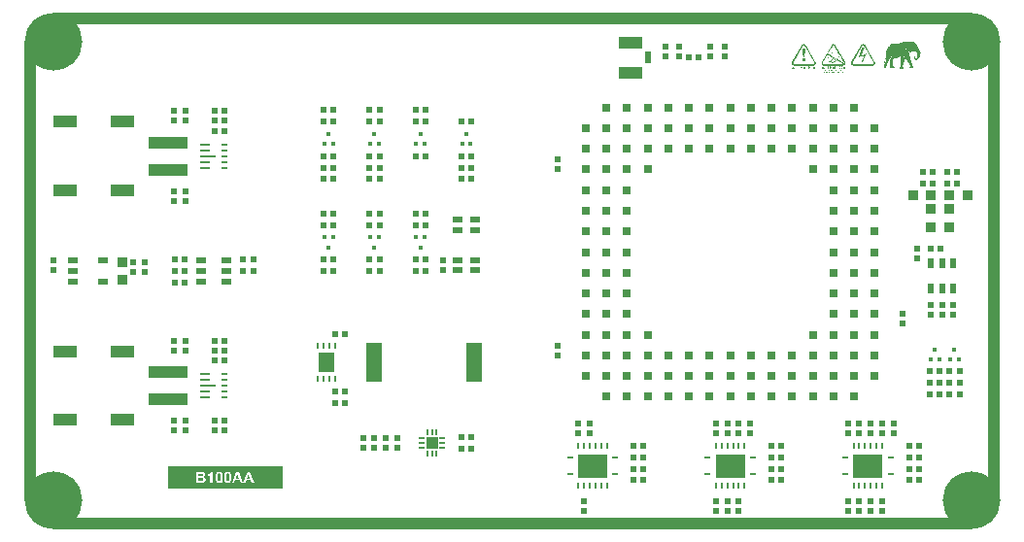
<source format=gbr>
%TF.GenerationSoftware,Altium Limited,Altium Designer,20.0.13 (296)*%
G04 Layer_Color=8388736*
%FSLAX26Y26*%
%MOIN*%
%TF.FileFunction,Soldermask,Top*%
%TF.Part,Single*%
G01*
G75*
%TA.AperFunction,ViaPad*%
%ADD36C,0.029528*%
%TA.AperFunction,NonConductor*%
%ADD68R,0.039370X1.574803*%
%TA.AperFunction,SMDPad,CuDef*%
%ADD75R,0.020472X0.032283*%
%ADD76R,0.032283X0.020472*%
%ADD77R,0.016535X0.016535*%
%ADD78R,0.016535X0.016535*%
%ADD87R,0.019291X0.021260*%
%ADD89R,0.021260X0.019291*%
%TA.AperFunction,ViaPad*%
%ADD92C,0.197638*%
%TA.AperFunction,NonConductor*%
%ADD94R,3.149606X0.039370*%
%TA.AperFunction,SMDPad,CuDef*%
%ADD95R,0.024409X0.010630*%
%ADD96R,0.036221X0.010630*%
%ADD97R,0.051968X0.010630*%
%ADD98R,0.101181X0.081496*%
%ADD99R,0.010630X0.024409*%
%ADD100R,0.040157X0.040157*%
%ADD101R,0.020472X0.010630*%
%ADD102R,0.010630X0.020472*%
%ADD103R,0.051968X0.134646*%
%ADD104R,0.134646X0.039370*%
%ADD105R,0.032283X0.032283*%
G04:AMPARAMS|DCode=106|XSize=28.346mil|YSize=28.346mil|CornerRadius=3.15mil|HoleSize=0mil|Usage=FLASHONLY|Rotation=0.000|XOffset=0mil|YOffset=0mil|HoleType=Round|Shape=RoundedRectangle|*
%AMROUNDEDRECTD106*
21,1,0.028346,0.022047,0,0,0.0*
21,1,0.022047,0.028346,0,0,0.0*
1,1,0.006299,0.011024,-0.011024*
1,1,0.006299,-0.011024,-0.011024*
1,1,0.006299,-0.011024,0.011024*
1,1,0.006299,0.011024,0.011024*
%
%ADD106ROUNDEDRECTD106*%
%ADD107R,0.057874X0.069685*%
%ADD108R,0.024409X0.040157*%
%ADD109R,0.079528X0.040157*%
%ADD110R,0.032283X0.032283*%
G36*
X2926476Y1574163D02*
X2929011D01*
Y1573530D01*
X2934080D01*
Y1574163D01*
X2940416D01*
Y1573530D01*
X2946752D01*
Y1572896D01*
X2950553D01*
Y1572262D01*
X2953088D01*
Y1571629D01*
X2953722D01*
Y1570995D01*
X2954989D01*
Y1570361D01*
X2956256D01*
Y1569728D01*
X2956890D01*
Y1569094D01*
X2957523D01*
Y1568461D01*
X2958157D01*
Y1567827D01*
X2958791D01*
Y1567194D01*
X2959424D01*
Y1566560D01*
X2960058D01*
Y1565926D01*
Y1565293D01*
X2959424D01*
Y1564659D01*
Y1564025D01*
X2960058D01*
Y1564659D01*
X2960691D01*
Y1565293D01*
X2961325D01*
Y1564659D01*
Y1564025D01*
X2961959D01*
Y1563392D01*
Y1562758D01*
X2963226D01*
Y1562125D01*
X2962592D01*
Y1561491D01*
X2963859D01*
Y1560857D01*
X2964493D01*
Y1560224D01*
Y1559590D01*
Y1558957D01*
X2965127D01*
Y1558323D01*
X2965760D01*
Y1557689D01*
Y1557056D01*
X2966394D01*
Y1556422D01*
Y1555789D01*
Y1555155D01*
X2967027D01*
Y1554521D01*
Y1553888D01*
X2967661D01*
Y1553254D01*
Y1552620D01*
X2968295D01*
Y1551987D01*
Y1551353D01*
X2968928D01*
Y1550720D01*
X2969562D01*
Y1550086D01*
Y1549452D01*
X2970195D01*
Y1548819D01*
Y1548185D01*
X2970829D01*
Y1547552D01*
X2971463D01*
Y1546918D01*
X2970829D01*
Y1546284D01*
X2971463D01*
Y1545651D01*
X2972096D01*
Y1545017D01*
Y1544383D01*
Y1543750D01*
X2972730D01*
Y1543116D01*
Y1542483D01*
Y1541849D01*
X2973363D01*
Y1541216D01*
Y1540582D01*
Y1539948D01*
Y1539315D01*
Y1538681D01*
X2973997D01*
Y1538047D01*
Y1537414D01*
X2982234D01*
Y1536780D01*
X2981601D01*
Y1536147D01*
X2980333D01*
Y1535513D01*
X2977799D01*
Y1534879D01*
X2981601D01*
Y1534246D01*
X2980967D01*
Y1533612D01*
X2980333D01*
Y1534246D01*
X2979700D01*
Y1533612D01*
X2979066D01*
Y1532978D01*
X2974631D01*
Y1532345D01*
Y1531711D01*
Y1531078D01*
Y1530444D01*
Y1529811D01*
Y1529177D01*
Y1528543D01*
Y1527910D01*
Y1527276D01*
Y1526642D01*
X2973997D01*
Y1526009D01*
Y1525375D01*
Y1524742D01*
Y1524108D01*
X2973363D01*
Y1523474D01*
X2972730D01*
Y1522841D01*
X2973363D01*
Y1522207D01*
X2972730D01*
Y1521573D01*
X2972096D01*
Y1520940D01*
X2971463D01*
Y1520306D01*
X2972096D01*
Y1519673D01*
X2971463D01*
Y1519039D01*
Y1518406D01*
X2970829D01*
Y1519039D01*
X2970195D01*
Y1518406D01*
X2970829D01*
Y1517772D01*
Y1517138D01*
X2970195D01*
Y1516505D01*
X2969562D01*
Y1515871D01*
Y1515237D01*
X2968928D01*
Y1514604D01*
X2967661D01*
Y1513970D01*
Y1513337D01*
X2966394D01*
Y1512703D01*
X2965760D01*
Y1512069D01*
X2964493D01*
Y1511436D01*
X2962592D01*
Y1510802D01*
X2959424D01*
Y1511436D01*
X2957523D01*
Y1512069D01*
X2956256D01*
Y1512703D01*
X2955622D01*
Y1513337D01*
X2954989D01*
Y1513970D01*
X2954355D01*
Y1514604D01*
Y1515237D01*
Y1515871D01*
X2953722D01*
Y1516505D01*
Y1517138D01*
X2953088D01*
Y1517772D01*
Y1518406D01*
Y1519039D01*
Y1519673D01*
X2953722D01*
Y1520306D01*
X2954355D01*
Y1520940D01*
X2953722D01*
Y1521573D01*
X2954355D01*
Y1522207D01*
Y1522841D01*
X2954989D01*
Y1523474D01*
X2955622D01*
Y1524108D01*
X2956256D01*
Y1524742D01*
X2958157D01*
Y1524108D01*
X2958791D01*
Y1523474D01*
Y1522841D01*
X2958157D01*
Y1522207D01*
X2958791D01*
Y1521573D01*
Y1520940D01*
X2958157D01*
Y1520306D01*
X2957523D01*
Y1519673D01*
Y1519039D01*
Y1518406D01*
X2958157D01*
Y1517772D01*
X2959424D01*
Y1517138D01*
X2961325D01*
Y1517772D01*
X2962592D01*
Y1518406D01*
X2963226D01*
Y1519039D01*
X2963859D01*
Y1519673D01*
Y1520306D01*
Y1520940D01*
X2964493D01*
Y1521573D01*
X2965127D01*
Y1522207D01*
X2964493D01*
Y1522841D01*
X2965127D01*
Y1523474D01*
Y1524108D01*
Y1524742D01*
Y1525375D01*
Y1526009D01*
Y1526642D01*
Y1527276D01*
Y1527910D01*
Y1528543D01*
Y1529177D01*
Y1529811D01*
Y1530444D01*
X2965760D01*
Y1531078D01*
X2965127D01*
Y1531711D01*
Y1532345D01*
X2964493D01*
Y1532978D01*
Y1533612D01*
X2963859D01*
Y1534246D01*
Y1534879D01*
Y1535513D01*
X2963226D01*
Y1536147D01*
Y1536780D01*
X2962592D01*
Y1537414D01*
Y1538047D01*
X2961959D01*
Y1538681D01*
X2958157D01*
Y1538047D01*
X2956256D01*
Y1538681D01*
X2955622D01*
Y1539315D01*
X2954355D01*
Y1539948D01*
X2953722D01*
Y1540582D01*
X2952454D01*
Y1541216D01*
X2948019D01*
Y1540582D01*
X2947385D01*
Y1539948D01*
X2946118D01*
Y1539315D01*
Y1538681D01*
X2944217D01*
Y1538047D01*
Y1537414D01*
X2942950D01*
Y1536780D01*
X2941683D01*
Y1537414D01*
X2941049D01*
Y1536780D01*
X2939782D01*
Y1537414D01*
X2938515D01*
Y1538047D01*
X2937248D01*
Y1538681D01*
X2935981D01*
Y1539315D01*
Y1539948D01*
X2935347D01*
Y1539315D01*
X2934713D01*
Y1539948D01*
X2934080D01*
Y1540582D01*
X2933446D01*
Y1541216D01*
Y1541849D01*
X2934080D01*
Y1542483D01*
X2932812D01*
Y1541849D01*
Y1541216D01*
X2932179D01*
Y1541849D01*
X2931545D01*
Y1542483D01*
X2930912D01*
Y1543116D01*
X2930278D01*
Y1543750D01*
X2929644D01*
Y1544383D01*
X2929011D01*
Y1545017D01*
X2928377D01*
Y1545651D01*
X2927744D01*
Y1546284D01*
Y1546918D01*
X2927110D01*
Y1547552D01*
X2926476D01*
Y1548185D01*
X2925843D01*
Y1548819D01*
Y1549452D01*
X2925209D01*
Y1550086D01*
X2924575D01*
Y1550720D01*
Y1551353D01*
X2923942D01*
Y1550720D01*
Y1550086D01*
X2924575D01*
Y1549452D01*
Y1548819D01*
X2925209D01*
Y1548185D01*
Y1547552D01*
X2925843D01*
Y1546918D01*
X2926476D01*
Y1546284D01*
X2927110D01*
Y1545651D01*
Y1545017D01*
X2927744D01*
Y1544383D01*
X2928377D01*
Y1543750D01*
X2929011D01*
Y1543116D01*
X2929644D01*
Y1542483D01*
X2930278D01*
Y1541849D01*
X2931545D01*
Y1541216D01*
X2932179D01*
Y1540582D01*
X2932812D01*
Y1539948D01*
X2933446D01*
Y1539315D01*
X2934713D01*
Y1538681D01*
X2935347D01*
Y1538047D01*
Y1537414D01*
X2936614D01*
Y1536780D01*
Y1536147D01*
Y1535513D01*
Y1534879D01*
Y1534246D01*
Y1533612D01*
Y1532978D01*
Y1532345D01*
X2937248D01*
Y1531711D01*
Y1531078D01*
Y1530444D01*
Y1529811D01*
Y1529177D01*
Y1528543D01*
Y1527910D01*
Y1527276D01*
X2937881D01*
Y1526642D01*
X2938515D01*
Y1526009D01*
Y1525375D01*
Y1524742D01*
X2939149D01*
Y1524108D01*
Y1523474D01*
X2939782D01*
Y1522841D01*
Y1522207D01*
Y1521573D01*
Y1520940D01*
Y1520306D01*
X2940416D01*
Y1519673D01*
Y1519039D01*
Y1518406D01*
X2941049D01*
Y1517772D01*
Y1517138D01*
X2940416D01*
Y1516505D01*
X2941049D01*
Y1515871D01*
X2941683D01*
Y1515237D01*
Y1514604D01*
X2941049D01*
Y1513970D01*
X2941683D01*
Y1513337D01*
Y1512703D01*
X2942317D01*
Y1512069D01*
Y1511436D01*
Y1510802D01*
X2942950D01*
Y1510169D01*
Y1509535D01*
Y1508901D01*
Y1508268D01*
X2943584D01*
Y1507634D01*
Y1507001D01*
Y1506367D01*
X2944217D01*
Y1505733D01*
X2943584D01*
Y1505100D01*
X2944217D01*
Y1504466D01*
X2944851D01*
Y1503832D01*
Y1503199D01*
Y1502565D01*
X2945485D01*
Y1501932D01*
Y1501298D01*
Y1500664D01*
X2946118D01*
Y1500031D01*
X2945485D01*
Y1499397D01*
X2946118D01*
Y1498764D01*
Y1498130D01*
X2946752D01*
Y1497496D01*
X2946118D01*
Y1496863D01*
X2946752D01*
Y1496229D01*
Y1495595D01*
Y1494962D01*
Y1494328D01*
Y1493695D01*
X2947385D01*
Y1493061D01*
Y1492428D01*
Y1491794D01*
X2948019D01*
Y1491160D01*
Y1490527D01*
X2948653D01*
Y1489893D01*
Y1489259D01*
X2949286D01*
Y1488626D01*
Y1487992D01*
X2949920D01*
Y1487359D01*
X2950553D01*
Y1486725D01*
Y1486091D01*
X2951187D01*
Y1485458D01*
X2951821D01*
Y1484824D01*
X2952454D01*
Y1484190D01*
Y1483557D01*
X2951821D01*
Y1482923D01*
X2949920D01*
Y1482290D01*
X2944217D01*
Y1481656D01*
X2943584D01*
Y1482290D01*
X2939149D01*
Y1482923D01*
Y1483557D01*
X2938515D01*
Y1484190D01*
Y1484824D01*
Y1485458D01*
Y1486091D01*
X2939149D01*
Y1486725D01*
Y1487359D01*
X2939782D01*
Y1487992D01*
X2940416D01*
Y1488626D01*
Y1489259D01*
X2939782D01*
Y1489893D01*
Y1490527D01*
Y1491160D01*
X2939149D01*
Y1491794D01*
Y1492428D01*
Y1493061D01*
X2938515D01*
Y1493695D01*
Y1494328D01*
Y1494962D01*
X2937881D01*
Y1495595D01*
Y1496229D01*
X2937248D01*
Y1496863D01*
Y1497496D01*
X2936614D01*
Y1498130D01*
Y1498764D01*
X2935981D01*
Y1499397D01*
Y1500031D01*
X2935347D01*
Y1500664D01*
X2934713D01*
Y1501298D01*
Y1501932D01*
X2934080D01*
Y1502565D01*
X2934713D01*
Y1503199D01*
X2933446D01*
Y1503832D01*
Y1504466D01*
Y1505100D01*
X2932179D01*
Y1505733D01*
Y1506367D01*
X2931545D01*
Y1507001D01*
Y1507634D01*
X2930912D01*
Y1508268D01*
X2930278D01*
Y1508901D01*
X2931545D01*
Y1509535D01*
X2929644D01*
Y1510169D01*
X2929011D01*
Y1510802D01*
Y1511436D01*
X2928377D01*
Y1512069D01*
X2927744D01*
Y1512703D01*
X2927110D01*
Y1513337D01*
X2926476D01*
Y1513970D01*
X2925843D01*
Y1514604D01*
X2925209D01*
Y1515237D01*
X2924575D01*
Y1515871D01*
X2923942D01*
Y1516505D01*
X2923308D01*
Y1517138D01*
X2922675D01*
Y1517772D01*
X2922041D01*
Y1518406D01*
Y1519039D01*
X2921407D01*
Y1519673D01*
X2920774D01*
Y1520306D01*
Y1520940D01*
X2920140D01*
Y1521573D01*
X2919507D01*
Y1522207D01*
Y1522841D01*
X2918873D01*
Y1523474D01*
Y1524108D01*
X2918239D01*
Y1524742D01*
Y1525375D01*
X2917606D01*
Y1524742D01*
Y1524108D01*
X2918239D01*
Y1523474D01*
Y1522841D01*
X2918873D01*
Y1522207D01*
Y1521573D01*
X2919507D01*
Y1520940D01*
Y1520306D01*
X2920140D01*
Y1519673D01*
X2920774D01*
Y1519039D01*
Y1518406D01*
X2921407D01*
Y1517772D01*
X2922041D01*
Y1517138D01*
Y1516505D01*
X2922675D01*
Y1515871D01*
Y1515237D01*
Y1514604D01*
Y1513970D01*
X2922041D01*
Y1513337D01*
Y1512703D01*
Y1512069D01*
X2921407D01*
Y1511436D01*
Y1510802D01*
Y1510169D01*
X2920774D01*
Y1509535D01*
Y1508901D01*
X2920140D01*
Y1508268D01*
Y1507634D01*
Y1507001D01*
X2919507D01*
Y1506367D01*
Y1505733D01*
Y1505100D01*
X2918873D01*
Y1504466D01*
Y1503832D01*
Y1503199D01*
Y1502565D01*
X2918239D01*
Y1501932D01*
Y1501298D01*
Y1500664D01*
Y1500031D01*
X2917606D01*
Y1499397D01*
Y1498764D01*
Y1498130D01*
X2916972D01*
Y1497496D01*
Y1496863D01*
X2916339D01*
Y1496229D01*
Y1495595D01*
Y1494962D01*
X2915705D01*
Y1494328D01*
Y1493695D01*
X2915071D01*
Y1493061D01*
Y1492428D01*
Y1491794D01*
Y1491160D01*
Y1490527D01*
X2914438D01*
Y1489893D01*
Y1489259D01*
X2915071D01*
Y1488626D01*
Y1487992D01*
Y1487359D01*
X2915705D01*
Y1486725D01*
X2916339D01*
Y1486091D01*
X2916972D01*
Y1485458D01*
X2917606D01*
Y1484824D01*
X2918239D01*
Y1484190D01*
Y1483557D01*
X2918873D01*
Y1482923D01*
Y1482290D01*
Y1481656D01*
X2917606D01*
Y1481023D01*
X2909369D01*
Y1481656D01*
X2907468D01*
Y1481023D01*
X2904300D01*
Y1481656D01*
X2903666D01*
Y1482290D01*
Y1482923D01*
Y1483557D01*
Y1484190D01*
X2904300D01*
Y1484824D01*
Y1485458D01*
X2904934D01*
Y1486091D01*
X2906201D01*
Y1486725D01*
Y1487359D01*
Y1487992D01*
X2906834D01*
Y1488626D01*
X2906201D01*
Y1489259D01*
Y1489893D01*
Y1490527D01*
Y1491160D01*
Y1491794D01*
Y1492428D01*
Y1493061D01*
Y1493695D01*
Y1494328D01*
Y1494962D01*
Y1495595D01*
X2906834D01*
Y1496229D01*
Y1496863D01*
Y1497496D01*
Y1498130D01*
Y1498764D01*
Y1499397D01*
Y1500031D01*
Y1500664D01*
X2907468D01*
Y1501298D01*
Y1501932D01*
Y1502565D01*
Y1503199D01*
Y1503832D01*
X2908102D01*
Y1504466D01*
Y1505100D01*
Y1505733D01*
Y1506367D01*
Y1507001D01*
Y1507634D01*
X2908735D01*
Y1508268D01*
Y1508901D01*
Y1509535D01*
Y1510169D01*
Y1510802D01*
Y1511436D01*
Y1512069D01*
Y1512703D01*
Y1513337D01*
Y1513970D01*
Y1514604D01*
Y1515237D01*
X2909369D01*
Y1515871D01*
X2908735D01*
Y1516505D01*
Y1517138D01*
Y1517772D01*
Y1518406D01*
Y1519039D01*
Y1519673D01*
Y1520306D01*
Y1520940D01*
X2908102D01*
Y1521573D01*
Y1522207D01*
Y1522841D01*
X2906834D01*
Y1522207D01*
X2905567D01*
Y1521573D01*
X2904300D01*
Y1520940D01*
X2903033D01*
Y1520306D01*
X2901132D01*
Y1519673D01*
X2899231D01*
Y1519039D01*
X2896063D01*
Y1518406D01*
X2894796D01*
Y1519039D01*
X2892895D01*
Y1518406D01*
X2888460D01*
Y1519039D01*
X2887826D01*
Y1518406D01*
X2888460D01*
Y1517772D01*
X2887193D01*
Y1517138D01*
Y1516505D01*
X2886559D01*
Y1515871D01*
X2885925D01*
Y1515237D01*
X2885292D01*
Y1514604D01*
X2884658D01*
Y1513970D01*
X2884024D01*
Y1513337D01*
X2883391D01*
Y1512703D01*
X2882757D01*
Y1512069D01*
X2882124D01*
Y1511436D01*
Y1510802D01*
X2881490D01*
Y1510169D01*
Y1509535D01*
Y1508901D01*
X2880856D01*
Y1508268D01*
Y1507634D01*
X2880223D01*
Y1507001D01*
Y1506367D01*
Y1505733D01*
X2879589D01*
Y1505100D01*
Y1504466D01*
Y1503832D01*
Y1503199D01*
X2880223D01*
Y1502565D01*
Y1501932D01*
Y1501298D01*
Y1500664D01*
Y1500031D01*
Y1499397D01*
Y1498764D01*
Y1498130D01*
Y1497496D01*
Y1496863D01*
Y1496229D01*
Y1495595D01*
Y1494962D01*
Y1494328D01*
Y1493695D01*
Y1493061D01*
X2880856D01*
Y1492428D01*
Y1491794D01*
Y1491160D01*
X2881490D01*
Y1490527D01*
Y1489893D01*
X2882124D01*
Y1489259D01*
X2882757D01*
Y1488626D01*
X2883391D01*
Y1487992D01*
X2884024D01*
Y1487359D01*
X2884658D01*
Y1486725D01*
X2885292D01*
Y1486091D01*
X2885925D01*
Y1485458D01*
X2886559D01*
Y1484824D01*
Y1484190D01*
Y1483557D01*
X2885925D01*
Y1482923D01*
X2871986D01*
Y1483557D01*
X2870719D01*
Y1484190D01*
Y1484824D01*
Y1485458D01*
Y1486091D01*
Y1486725D01*
Y1487359D01*
Y1487992D01*
Y1488626D01*
Y1489259D01*
Y1489893D01*
Y1490527D01*
Y1491160D01*
Y1491794D01*
Y1492428D01*
X2871352D01*
Y1493061D01*
Y1493695D01*
Y1494328D01*
Y1494962D01*
Y1495595D01*
X2871986D01*
Y1496229D01*
Y1496863D01*
Y1497496D01*
Y1498130D01*
Y1498764D01*
Y1499397D01*
Y1500031D01*
Y1500664D01*
Y1501298D01*
Y1501932D01*
Y1502565D01*
Y1503199D01*
Y1503832D01*
Y1504466D01*
Y1505100D01*
Y1505733D01*
X2871352D01*
Y1506367D01*
Y1507001D01*
Y1507634D01*
Y1508268D01*
Y1508901D01*
Y1509535D01*
Y1510169D01*
X2870719D01*
Y1510802D01*
X2870085D01*
Y1511436D01*
X2869451D01*
Y1512069D01*
X2870085D01*
Y1512703D01*
X2870719D01*
Y1513337D01*
X2871352D01*
Y1513970D01*
X2871986D01*
Y1514604D01*
X2872619D01*
Y1515237D01*
Y1515871D01*
X2873253D01*
Y1516505D01*
X2874520D01*
Y1517138D01*
Y1517772D01*
Y1518406D01*
X2873887D01*
Y1517772D01*
X2873253D01*
Y1517138D01*
X2872619D01*
Y1516505D01*
X2871986D01*
Y1515871D01*
Y1515237D01*
X2871352D01*
Y1514604D01*
X2870719D01*
Y1515237D01*
X2869451D01*
Y1514604D01*
X2870719D01*
Y1513970D01*
X2870085D01*
Y1513337D01*
X2869451D01*
Y1512703D01*
X2868818D01*
Y1512069D01*
Y1511436D01*
X2868184D01*
Y1510802D01*
X2867551D01*
Y1510169D01*
X2866917D01*
Y1509535D01*
X2866283D01*
Y1508901D01*
Y1508268D01*
X2865650D01*
Y1507634D01*
X2865016D01*
Y1507001D01*
Y1506367D01*
X2864383D01*
Y1505733D01*
Y1505100D01*
X2863115D01*
Y1504466D01*
X2863749D01*
Y1503832D01*
X2863115D01*
Y1503199D01*
X2862482D01*
Y1502565D01*
Y1501932D01*
Y1501298D01*
X2861848D01*
Y1500664D01*
Y1500031D01*
X2861215D01*
Y1499397D01*
Y1498764D01*
X2860581D01*
Y1498130D01*
X2861215D01*
Y1497496D01*
X2860581D01*
Y1496863D01*
Y1496229D01*
Y1495595D01*
Y1494962D01*
X2859947D01*
Y1495595D01*
X2859314D01*
Y1494962D01*
X2859947D01*
Y1494328D01*
Y1493695D01*
Y1493061D01*
Y1492428D01*
X2859314D01*
Y1491794D01*
Y1491160D01*
Y1490527D01*
X2858680D01*
Y1489893D01*
Y1489259D01*
Y1488626D01*
X2858046D01*
Y1487992D01*
X2858680D01*
Y1487359D01*
Y1486725D01*
Y1486091D01*
X2859314D01*
Y1485458D01*
X2858680D01*
Y1486091D01*
X2858046D01*
Y1485458D01*
X2858680D01*
Y1484824D01*
Y1484190D01*
Y1483557D01*
X2857413D01*
Y1482923D01*
X2856779D01*
Y1483557D01*
X2851077D01*
Y1484190D01*
X2850443D01*
Y1484824D01*
X2849809D01*
Y1485458D01*
Y1486091D01*
X2849176D01*
Y1486725D01*
Y1487359D01*
Y1487992D01*
Y1488626D01*
Y1489259D01*
Y1489893D01*
X2849809D01*
Y1490527D01*
Y1491160D01*
X2850443D01*
Y1491794D01*
X2851077D01*
Y1492428D01*
X2851710D01*
Y1493061D01*
X2852344D01*
Y1492428D01*
X2852978D01*
Y1493061D01*
X2852344D01*
Y1493695D01*
Y1494328D01*
Y1494962D01*
Y1495595D01*
X2852978D01*
Y1496229D01*
Y1496863D01*
Y1497496D01*
X2853611D01*
Y1498130D01*
Y1498764D01*
X2854245D01*
Y1499397D01*
Y1500031D01*
X2852978D01*
Y1499397D01*
X2852344D01*
Y1500031D01*
Y1500664D01*
X2851077D01*
Y1501298D01*
Y1501932D01*
X2851710D01*
Y1502565D01*
Y1503199D01*
Y1503832D01*
Y1504466D01*
Y1505100D01*
X2852344D01*
Y1505733D01*
Y1506367D01*
Y1507001D01*
X2852978D01*
Y1507634D01*
Y1508268D01*
Y1508901D01*
Y1509535D01*
X2853611D01*
Y1510169D01*
Y1510802D01*
Y1511436D01*
X2854245D01*
Y1512069D01*
Y1512703D01*
Y1513337D01*
X2854878D01*
Y1513970D01*
Y1514604D01*
Y1515237D01*
Y1515871D01*
X2855512D01*
Y1515237D01*
X2856146D01*
Y1514604D01*
Y1513970D01*
Y1513337D01*
Y1512703D01*
X2855512D01*
Y1512069D01*
Y1511436D01*
Y1510802D01*
Y1510169D01*
X2854878D01*
Y1509535D01*
Y1508901D01*
Y1508268D01*
X2854245D01*
Y1507634D01*
Y1507001D01*
Y1506367D01*
Y1505733D01*
Y1505100D01*
Y1504466D01*
Y1503832D01*
Y1503199D01*
Y1502565D01*
Y1501932D01*
Y1501298D01*
X2853611D01*
Y1500664D01*
X2854878D01*
Y1501298D01*
Y1501932D01*
Y1502565D01*
X2855512D01*
Y1503199D01*
Y1503832D01*
Y1504466D01*
Y1505100D01*
X2856146D01*
Y1505733D01*
Y1506367D01*
Y1507001D01*
Y1507634D01*
Y1508268D01*
X2856779D01*
Y1508901D01*
Y1509535D01*
Y1510169D01*
Y1510802D01*
Y1511436D01*
Y1512069D01*
Y1512703D01*
Y1513337D01*
Y1513970D01*
Y1514604D01*
Y1515237D01*
Y1515871D01*
X2856146D01*
Y1516505D01*
X2855512D01*
Y1517138D01*
Y1517772D01*
Y1518406D01*
X2856146D01*
Y1519039D01*
Y1519673D01*
Y1520306D01*
Y1520940D01*
Y1521573D01*
Y1522207D01*
Y1522841D01*
Y1523474D01*
X2856779D01*
Y1524108D01*
Y1524742D01*
Y1525375D01*
Y1526009D01*
Y1526642D01*
Y1527276D01*
Y1527910D01*
X2857413D01*
Y1528543D01*
Y1529177D01*
Y1529811D01*
Y1530444D01*
Y1531078D01*
Y1531711D01*
Y1532345D01*
Y1532978D01*
Y1533612D01*
Y1534246D01*
Y1534879D01*
Y1535513D01*
Y1536147D01*
Y1536780D01*
Y1537414D01*
Y1538047D01*
Y1538681D01*
Y1539315D01*
Y1539948D01*
X2858046D01*
Y1540582D01*
Y1541216D01*
Y1541849D01*
Y1542483D01*
Y1543116D01*
X2858680D01*
Y1543750D01*
Y1544383D01*
X2859314D01*
Y1545017D01*
Y1545651D01*
Y1546284D01*
X2859947D01*
Y1546918D01*
X2860581D01*
Y1547552D01*
Y1548185D01*
X2861215D01*
Y1548819D01*
Y1549452D01*
X2862482D01*
Y1550086D01*
Y1550720D01*
Y1551353D01*
X2863115D01*
Y1551987D01*
X2863749D01*
Y1552620D01*
X2865016D01*
Y1553254D01*
X2864383D01*
Y1553888D01*
X2865016D01*
Y1554521D01*
X2865650D01*
Y1555155D01*
Y1555789D01*
X2866283D01*
Y1556422D01*
X2866917D01*
Y1557056D01*
Y1557689D01*
X2867551D01*
Y1558323D01*
X2868184D01*
Y1558957D01*
X2868818D01*
Y1558323D01*
X2869451D01*
Y1558957D01*
X2868818D01*
Y1559590D01*
Y1560224D01*
X2869451D01*
Y1560857D01*
X2870085D01*
Y1561491D01*
X2870719D01*
Y1562125D01*
X2871352D01*
Y1562758D01*
X2873253D01*
Y1563392D01*
Y1564025D01*
X2873887D01*
Y1563392D01*
X2874520D01*
Y1564025D01*
Y1564659D01*
X2875787D01*
Y1565293D01*
X2877055D01*
Y1565926D01*
X2879589D01*
Y1566560D01*
X2881490D01*
Y1565926D01*
X2882124D01*
Y1566560D01*
X2881490D01*
Y1567194D01*
X2886559D01*
Y1567827D01*
X2901766D01*
Y1568461D01*
X2904934D01*
Y1569094D01*
X2906834D01*
Y1569728D01*
X2908735D01*
Y1570361D01*
X2910636D01*
Y1570995D01*
X2913171D01*
Y1571629D01*
X2915071D01*
Y1572262D01*
X2917606D01*
Y1572896D01*
X2918873D01*
Y1573530D01*
X2920774D01*
Y1574163D01*
X2921407D01*
Y1573530D01*
X2922041D01*
Y1574163D01*
X2922675D01*
Y1573530D01*
X2923308D01*
Y1574163D01*
X2922675D01*
Y1574797D01*
X2926476D01*
Y1574163D01*
D02*
G37*
G36*
X787402Y39370D02*
X393701D01*
Y118110D01*
X787402D01*
Y39370D01*
D02*
G37*
G36*
X2779993Y1565571D02*
X2780781Y1565440D01*
X2781633Y1565178D01*
X2782617Y1564784D01*
X2783601Y1564194D01*
X2784520Y1563472D01*
X2784651Y1563406D01*
X2784848Y1563144D01*
X2785110Y1562816D01*
X2785373Y1562554D01*
X2785438Y1562488D01*
X2785569Y1562226D01*
X2785832Y1561898D01*
X2786094Y1561504D01*
X2819025Y1504366D01*
X2819091Y1504235D01*
X2819288Y1503907D01*
X2819550Y1503317D01*
X2819813Y1502530D01*
X2820075Y1501611D01*
X2820206Y1500627D01*
X2820272Y1499447D01*
X2820075Y1498266D01*
Y1498200D01*
X2820009Y1497938D01*
X2819878Y1497544D01*
X2819681Y1497085D01*
Y1497019D01*
X2819550Y1496757D01*
X2819419Y1496363D01*
X2819157Y1495904D01*
X2819091Y1495773D01*
X2818829Y1495445D01*
X2818435Y1494920D01*
X2817910Y1494330D01*
X2817254Y1493674D01*
X2816401Y1493083D01*
X2815483Y1492493D01*
X2814368Y1492034D01*
X2814237D01*
X2813909Y1491902D01*
X2813515Y1491837D01*
X2813187Y1491771D01*
X2813121D01*
X2812925Y1491706D01*
X2812531D01*
X2812006Y1491640D01*
X2745291D01*
X2744701Y1491771D01*
X2743913Y1491902D01*
X2742995Y1492165D01*
X2742011Y1492558D01*
X2741027Y1493149D01*
X2740043Y1493870D01*
X2739977Y1493936D01*
X2739715Y1494133D01*
X2739453Y1494461D01*
X2739190Y1494789D01*
X2739125Y1494854D01*
X2738928Y1495117D01*
X2738731Y1495445D01*
X2738534Y1495838D01*
X2738469D01*
Y1495904D01*
X2738403Y1496035D01*
X2738206Y1496363D01*
X2738009Y1496954D01*
X2737747Y1497675D01*
X2737550Y1498528D01*
X2737419Y1499512D01*
Y1500627D01*
X2737550Y1501808D01*
Y1501874D01*
X2737616Y1501939D01*
X2737681Y1502267D01*
X2737747Y1502661D01*
X2737878Y1502923D01*
Y1502989D01*
X2738009Y1503251D01*
X2738141Y1503645D01*
X2738403Y1504104D01*
Y1504170D01*
X2738469Y1504235D01*
X2771465Y1561373D01*
X2771531Y1561438D01*
X2771662Y1561635D01*
X2771859Y1561963D01*
X2772121Y1562357D01*
X2772449Y1562816D01*
X2772909Y1563275D01*
X2773433Y1563734D01*
X2773958Y1564128D01*
X2774024D01*
X2774089Y1564259D01*
X2774286Y1564325D01*
X2774549Y1564522D01*
X2774614Y1564587D01*
X2774877Y1564718D01*
X2775270Y1564915D01*
X2775795Y1565112D01*
X2776451Y1565309D01*
X2777173Y1565506D01*
X2777960Y1565637D01*
X2778813Y1565702D01*
X2779337D01*
X2779993Y1565571D01*
D02*
G37*
G36*
X2678313D02*
X2679101Y1565440D01*
X2679953Y1565178D01*
X2680937Y1564784D01*
X2681921Y1564194D01*
X2682840Y1563472D01*
X2682971Y1563406D01*
X2683168Y1563144D01*
X2683430Y1562816D01*
X2683693Y1562554D01*
X2683758Y1562488D01*
X2683889Y1562226D01*
X2684152Y1561898D01*
X2684414Y1561504D01*
X2717345Y1504366D01*
X2717411Y1504235D01*
X2717608Y1503907D01*
X2717870Y1503317D01*
X2718133Y1502530D01*
X2718395Y1501611D01*
X2718526Y1500627D01*
X2718592Y1499446D01*
X2718395Y1498266D01*
Y1498200D01*
X2718329Y1497938D01*
X2718198Y1497544D01*
X2718001Y1497085D01*
Y1497019D01*
X2717870Y1496757D01*
X2717739Y1496363D01*
X2717477Y1495904D01*
X2717411Y1495773D01*
X2717149Y1495445D01*
X2716755Y1494920D01*
X2716230Y1494330D01*
X2715574Y1493674D01*
X2714721Y1493083D01*
X2713803Y1492493D01*
X2712688Y1492034D01*
X2712557D01*
X2712229Y1491902D01*
X2711835Y1491837D01*
X2711507Y1491771D01*
X2711441D01*
X2711245Y1491706D01*
X2710851D01*
X2710326Y1491640D01*
X2643611D01*
X2643021Y1491771D01*
X2642233Y1491902D01*
X2641315Y1492165D01*
X2640331Y1492558D01*
X2639347Y1493149D01*
X2638363Y1493870D01*
X2638297Y1493936D01*
X2638035Y1494133D01*
X2637773Y1494461D01*
X2637510Y1494789D01*
X2637445Y1494854D01*
X2637248Y1495117D01*
X2637051Y1495445D01*
X2636854Y1495838D01*
X2636789D01*
Y1495904D01*
X2636723Y1496035D01*
X2636526Y1496363D01*
X2636329Y1496954D01*
X2636067Y1497675D01*
X2635870Y1498528D01*
X2635739Y1499512D01*
Y1500627D01*
X2635870Y1501808D01*
Y1501874D01*
X2635936Y1501939D01*
X2636001Y1502267D01*
X2636067Y1502661D01*
X2636198Y1502923D01*
Y1502989D01*
X2636329Y1503251D01*
X2636461Y1503645D01*
X2636723Y1504104D01*
Y1504170D01*
X2636789Y1504235D01*
X2669785Y1561373D01*
X2669851Y1561438D01*
X2669982Y1561635D01*
X2670179Y1561963D01*
X2670441Y1562357D01*
X2670769Y1562816D01*
X2671229Y1563275D01*
X2671753Y1563734D01*
X2672278Y1564128D01*
X2672344D01*
X2672409Y1564259D01*
X2672606Y1564325D01*
X2672869Y1564522D01*
X2672934Y1564587D01*
X2673197Y1564718D01*
X2673590Y1564915D01*
X2674115Y1565112D01*
X2674771Y1565309D01*
X2675493Y1565506D01*
X2676280Y1565637D01*
X2677133Y1565702D01*
X2677657D01*
X2678313Y1565571D01*
D02*
G37*
G36*
X2576633D02*
X2577421Y1565440D01*
X2578273Y1565178D01*
X2579257Y1564784D01*
X2580241Y1564194D01*
X2581160Y1563472D01*
X2581291Y1563406D01*
X2581488Y1563144D01*
X2581750Y1562816D01*
X2582013Y1562554D01*
X2582078Y1562488D01*
X2582209Y1562226D01*
X2582472Y1561898D01*
X2582734Y1561504D01*
X2615665Y1504366D01*
X2615731Y1504235D01*
X2615928Y1503907D01*
X2616190Y1503317D01*
X2616453Y1502530D01*
X2616715Y1501611D01*
X2616846Y1500627D01*
X2616912Y1499446D01*
X2616715Y1498266D01*
Y1498200D01*
X2616649Y1497938D01*
X2616518Y1497544D01*
X2616321Y1497085D01*
Y1497019D01*
X2616190Y1496757D01*
X2616059Y1496363D01*
X2615797Y1495904D01*
X2615731Y1495773D01*
X2615469Y1495445D01*
X2615075Y1494920D01*
X2614550Y1494330D01*
X2613894Y1493674D01*
X2613041Y1493083D01*
X2612123Y1492493D01*
X2611008Y1492034D01*
X2610877D01*
X2610549Y1491902D01*
X2610155Y1491837D01*
X2609827Y1491771D01*
X2609761D01*
X2609565Y1491706D01*
X2609171D01*
X2608646Y1491640D01*
X2541931D01*
X2541341Y1491771D01*
X2540553Y1491902D01*
X2539635Y1492165D01*
X2538651Y1492558D01*
X2537667Y1493149D01*
X2536683Y1493870D01*
X2536617Y1493936D01*
X2536355Y1494133D01*
X2536093Y1494461D01*
X2535830Y1494789D01*
X2535765Y1494854D01*
X2535568Y1495117D01*
X2535371Y1495445D01*
X2535174Y1495838D01*
X2535109D01*
Y1495904D01*
X2535043Y1496035D01*
X2534846Y1496363D01*
X2534649Y1496954D01*
X2534387Y1497675D01*
X2534190Y1498528D01*
X2534059Y1499512D01*
Y1500627D01*
X2534190Y1501808D01*
Y1501874D01*
X2534256Y1501939D01*
X2534321Y1502267D01*
X2534387Y1502661D01*
X2534518Y1502923D01*
Y1502989D01*
X2534649Y1503251D01*
X2534781Y1503645D01*
X2535043Y1504104D01*
Y1504170D01*
X2535109Y1504235D01*
X2568105Y1561373D01*
X2568171Y1561438D01*
X2568302Y1561635D01*
X2568499Y1561963D01*
X2568761Y1562357D01*
X2569089Y1562816D01*
X2569549Y1563275D01*
X2570073Y1563734D01*
X2570598Y1564128D01*
X2570664D01*
X2570729Y1564259D01*
X2570926Y1564325D01*
X2571189Y1564522D01*
X2571254Y1564587D01*
X2571517Y1564718D01*
X2571910Y1564915D01*
X2572435Y1565112D01*
X2573091Y1565309D01*
X2573813Y1565506D01*
X2574600Y1565637D01*
X2575453Y1565702D01*
X2575977D01*
X2576633Y1565571D01*
D02*
G37*
G36*
X2717477Y1479832D02*
X2716033D01*
X2710523Y1488032D01*
Y1479832D01*
X2709211D01*
Y1490262D01*
X2710654D01*
X2716099Y1482062D01*
Y1490262D01*
X2717477D01*
Y1479832D01*
D02*
G37*
G36*
X2682512D02*
X2681069D01*
X2675558Y1488032D01*
Y1479832D01*
X2674246D01*
Y1490262D01*
X2675689D01*
X2681200Y1482062D01*
Y1490262D01*
X2682512D01*
Y1479832D01*
D02*
G37*
G36*
X2615797D02*
X2614353D01*
X2608843Y1488032D01*
Y1479832D01*
X2607531D01*
Y1490262D01*
X2608974D01*
X2614419Y1482062D01*
Y1490262D01*
X2615797D01*
Y1479832D01*
D02*
G37*
G36*
X2580832D02*
X2579389D01*
X2573878Y1488032D01*
Y1479832D01*
X2572566D01*
Y1490262D01*
X2574009D01*
X2579520Y1482062D01*
Y1490262D01*
X2580832D01*
Y1479832D01*
D02*
G37*
G36*
X2695435D02*
X2693992D01*
Y1490262D01*
X2695435D01*
Y1479832D01*
D02*
G37*
G36*
X2692352Y1489016D02*
X2688875D01*
Y1479832D01*
X2687497D01*
Y1489016D01*
X2684021D01*
Y1490262D01*
X2692352D01*
Y1489016D01*
D02*
G37*
G36*
X2672147D02*
X2665915D01*
Y1485802D01*
X2671753D01*
Y1484621D01*
X2665915D01*
Y1481013D01*
X2672344D01*
Y1479832D01*
X2664537D01*
Y1490262D01*
X2672147D01*
Y1489016D01*
D02*
G37*
G36*
X2663094D02*
X2659617D01*
Y1479832D01*
X2658240D01*
Y1489016D01*
X2654763D01*
Y1490262D01*
X2663094D01*
Y1489016D01*
D02*
G37*
G36*
X2654173D02*
X2650696D01*
Y1479832D01*
X2649318D01*
Y1489016D01*
X2645841D01*
Y1490262D01*
X2654173D01*
Y1489016D01*
D02*
G37*
G36*
X2646629Y1479832D02*
X2645054D01*
X2643808Y1482981D01*
X2639413D01*
X2638297Y1479832D01*
X2636789D01*
X2640856Y1490262D01*
X2642299D01*
X2646629Y1479832D01*
D02*
G37*
G36*
X2593755D02*
X2592312D01*
Y1490262D01*
X2593755D01*
Y1479832D01*
D02*
G37*
G36*
X2590672Y1489016D02*
X2587195D01*
Y1479832D01*
X2585817D01*
Y1489016D01*
X2582341D01*
Y1490262D01*
X2590672D01*
Y1489016D01*
D02*
G37*
G36*
X2570467D02*
X2564235D01*
Y1485802D01*
X2570073D01*
Y1484621D01*
X2564235D01*
Y1481013D01*
X2570664D01*
Y1479832D01*
X2562857D01*
Y1490262D01*
X2570467D01*
Y1489016D01*
D02*
G37*
G36*
X2561414D02*
X2557937D01*
Y1479832D01*
X2556560D01*
Y1489016D01*
X2553083D01*
Y1490262D01*
X2561414D01*
Y1489016D01*
D02*
G37*
G36*
X2552493D02*
X2549016D01*
Y1479832D01*
X2547638D01*
Y1489016D01*
X2544161D01*
Y1490262D01*
X2552493D01*
Y1489016D01*
D02*
G37*
G36*
X2544949Y1479832D02*
X2543374D01*
X2542128Y1482981D01*
X2537733D01*
X2536617Y1479832D01*
X2535109D01*
X2539176Y1490262D01*
X2540619D01*
X2544949Y1479832D01*
D02*
G37*
G36*
X2702979Y1490394D02*
X2703307D01*
X2704160Y1490131D01*
X2704619Y1490000D01*
X2705078Y1489738D01*
X2705144D01*
X2705275Y1489606D01*
X2705472Y1489475D01*
X2705734Y1489278D01*
X2706325Y1488688D01*
X2706849Y1487835D01*
Y1487770D01*
X2706915Y1487638D01*
X2707046Y1487376D01*
X2707177Y1487048D01*
X2707243Y1486589D01*
X2707374Y1486130D01*
X2707440Y1485014D01*
Y1484949D01*
Y1484752D01*
Y1484424D01*
X2707374Y1484096D01*
X2707177Y1483178D01*
X2706784Y1482194D01*
Y1482128D01*
X2706653Y1481997D01*
X2706521Y1481734D01*
X2706325Y1481472D01*
X2705734Y1480882D01*
X2704947Y1480291D01*
X2704881D01*
X2704750Y1480160D01*
X2704488Y1480094D01*
X2704225Y1479963D01*
X2703373Y1479766D01*
X2702454Y1479635D01*
X2702192D01*
X2701929Y1479701D01*
X2701536D01*
X2700683Y1479963D01*
X2700224Y1480094D01*
X2699765Y1480357D01*
X2699699D01*
X2699568Y1480488D01*
X2699371Y1480619D01*
X2699109Y1480816D01*
X2698518Y1481406D01*
X2697993Y1482259D01*
Y1482325D01*
X2697928Y1482456D01*
X2697797Y1482718D01*
X2697731Y1483046D01*
X2697600Y1483440D01*
X2697469Y1483899D01*
X2697403Y1484949D01*
Y1485080D01*
Y1485342D01*
X2697469Y1485867D01*
X2697600Y1486392D01*
X2697731Y1487048D01*
X2697993Y1487770D01*
X2698321Y1488426D01*
X2698781Y1489016D01*
X2698846Y1489082D01*
X2699043Y1489213D01*
X2699371Y1489475D01*
X2699765Y1489738D01*
X2700289Y1490000D01*
X2700945Y1490262D01*
X2701667Y1490394D01*
X2702454Y1490459D01*
X2702717D01*
X2702979Y1490394D01*
D02*
G37*
G36*
X2601299D02*
X2601627D01*
X2602480Y1490131D01*
X2602939Y1490000D01*
X2603398Y1489738D01*
X2603464D01*
X2603595Y1489606D01*
X2603792Y1489475D01*
X2604054Y1489278D01*
X2604645Y1488688D01*
X2605169Y1487835D01*
Y1487770D01*
X2605235Y1487638D01*
X2605366Y1487376D01*
X2605497Y1487048D01*
X2605563Y1486589D01*
X2605694Y1486130D01*
X2605760Y1485014D01*
Y1484949D01*
Y1484752D01*
Y1484424D01*
X2605694Y1484096D01*
X2605497Y1483178D01*
X2605104Y1482194D01*
Y1482128D01*
X2604973Y1481997D01*
X2604841Y1481734D01*
X2604645Y1481472D01*
X2604054Y1480882D01*
X2603267Y1480291D01*
X2603201D01*
X2603070Y1480160D01*
X2602808Y1480094D01*
X2602545Y1479963D01*
X2601693Y1479766D01*
X2600774Y1479635D01*
X2600512D01*
X2600249Y1479701D01*
X2599856D01*
X2599003Y1479963D01*
X2598544Y1480094D01*
X2598085Y1480357D01*
X2598019D01*
X2597888Y1480488D01*
X2597691Y1480619D01*
X2597429Y1480816D01*
X2596838Y1481406D01*
X2596313Y1482259D01*
Y1482325D01*
X2596248Y1482456D01*
X2596117Y1482718D01*
X2596051Y1483046D01*
X2595920Y1483440D01*
X2595789Y1483899D01*
X2595723Y1484949D01*
Y1485080D01*
Y1485342D01*
X2595789Y1485867D01*
X2595920Y1486392D01*
X2596051Y1487048D01*
X2596313Y1487770D01*
X2596641Y1488426D01*
X2597101Y1489016D01*
X2597166Y1489082D01*
X2597363Y1489213D01*
X2597691Y1489475D01*
X2598085Y1489738D01*
X2598609Y1490000D01*
X2599265Y1490262D01*
X2599987Y1490394D01*
X2600774Y1490459D01*
X2601037D01*
X2601299Y1490394D01*
D02*
G37*
G36*
X2685529Y1478126D02*
X2685857Y1478061D01*
X2685923Y1477995D01*
X2686120Y1477930D01*
X2686317Y1477733D01*
X2686513Y1477470D01*
X2686579Y1477405D01*
X2686645Y1477274D01*
X2686710Y1477011D01*
X2686776Y1476683D01*
X2686120Y1476618D01*
Y1476683D01*
X2686054Y1476880D01*
X2685989Y1477142D01*
X2685792Y1477339D01*
X2685726Y1477405D01*
X2685529Y1477470D01*
X2685267Y1477536D01*
X2684873Y1477602D01*
X2684545D01*
X2684217Y1477536D01*
X2683955Y1477405D01*
X2683889Y1477339D01*
X2683824Y1477208D01*
X2683693Y1477077D01*
X2683627Y1476814D01*
Y1476749D01*
X2683693Y1476683D01*
X2683758Y1476486D01*
X2683889Y1476355D01*
X2683955D01*
X2684086Y1476224D01*
X2684414Y1476093D01*
X2684873Y1475962D01*
X2685005D01*
X2685398Y1475830D01*
X2685792Y1475765D01*
X2686054Y1475634D01*
X2686120Y1475568D01*
X2686317Y1475502D01*
X2686513Y1475306D01*
X2686710Y1475109D01*
X2686776Y1475043D01*
X2686841Y1474912D01*
X2686907Y1474650D01*
X2686973Y1474387D01*
Y1474322D01*
Y1474125D01*
X2686841Y1473862D01*
X2686710Y1473600D01*
X2686645Y1473534D01*
X2686513Y1473403D01*
X2686317Y1473272D01*
X2686054Y1473141D01*
X2685989Y1473075D01*
X2685726Y1473010D01*
X2685398Y1472944D01*
X2685005Y1472878D01*
X2684873D01*
X2684611Y1472944D01*
X2684217Y1473010D01*
X2683824Y1473141D01*
X2683758D01*
X2683561Y1473272D01*
X2683299Y1473403D01*
X2683102Y1473666D01*
X2683037Y1473731D01*
X2682971Y1473928D01*
X2682840Y1474190D01*
X2682774Y1474584D01*
X2683430Y1474650D01*
Y1474584D01*
Y1474453D01*
X2683496Y1474190D01*
X2683627Y1473994D01*
Y1473928D01*
X2683758Y1473862D01*
X2683889Y1473731D01*
X2684152Y1473600D01*
X2684414D01*
X2684677Y1473534D01*
X2685726D01*
X2685857Y1473600D01*
X2685989Y1473731D01*
X2686120Y1473862D01*
X2686185Y1473928D01*
X2686251Y1473994D01*
X2686317Y1474125D01*
Y1474322D01*
Y1474387D01*
Y1474453D01*
X2686251Y1474584D01*
X2686120Y1474715D01*
Y1474781D01*
X2685989Y1474846D01*
X2685857Y1474912D01*
X2685661Y1475043D01*
X2685529Y1475109D01*
X2685201Y1475174D01*
X2684742Y1475306D01*
X2684611Y1475371D01*
X2684349Y1475437D01*
X2684021Y1475502D01*
X2683693Y1475634D01*
X2683627Y1475699D01*
X2683496Y1475765D01*
X2683168Y1476158D01*
Y1476224D01*
X2683102Y1476355D01*
X2683037Y1476552D01*
X2682971Y1476749D01*
Y1476814D01*
X2683037Y1477011D01*
X2683102Y1477274D01*
X2683233Y1477536D01*
Y1477602D01*
X2683365Y1477733D01*
X2683561Y1477930D01*
X2683889Y1478061D01*
X2683955D01*
X2684152Y1478126D01*
X2684414Y1478192D01*
X2685136D01*
X2685529Y1478126D01*
D02*
G37*
G36*
X2705406D02*
X2705865Y1478061D01*
X2706259Y1477798D01*
X2706325Y1477733D01*
X2706521Y1477536D01*
X2706784Y1477142D01*
X2706981Y1476683D01*
X2706325Y1476552D01*
X2706259Y1476618D01*
X2706193Y1476880D01*
X2705997Y1477142D01*
X2705800Y1477339D01*
X2705734Y1477405D01*
X2705603Y1477470D01*
X2705275Y1477536D01*
X2704947Y1477602D01*
X2704619D01*
X2704225Y1477470D01*
X2703897Y1477339D01*
X2703832Y1477274D01*
X2703701Y1477142D01*
X2703504Y1476880D01*
X2703307Y1476552D01*
Y1476486D01*
X2703241Y1476290D01*
X2703176Y1475962D01*
Y1475568D01*
Y1475437D01*
Y1475174D01*
X2703241Y1474781D01*
X2703373Y1474387D01*
X2703438Y1474322D01*
X2703504Y1474125D01*
X2703701Y1473862D01*
X2703963Y1473666D01*
X2704029D01*
X2704225Y1473600D01*
X2704553Y1473534D01*
X2704881Y1473469D01*
X2705013D01*
X2705209Y1473534D01*
X2705537Y1473600D01*
X2705865Y1473731D01*
X2705931Y1473797D01*
X2706062Y1473994D01*
X2706259Y1474256D01*
X2706390Y1474715D01*
X2707112Y1474518D01*
Y1474453D01*
X2707046Y1474387D01*
X2706915Y1474059D01*
X2706653Y1473666D01*
X2706325Y1473338D01*
X2706193Y1473272D01*
X2705931Y1473141D01*
X2705472Y1472944D01*
X2704947Y1472878D01*
X2704816D01*
X2704422Y1472944D01*
X2703963Y1473075D01*
X2703569Y1473272D01*
X2703504Y1473338D01*
X2703241Y1473469D01*
X2702979Y1473731D01*
X2702717Y1474125D01*
Y1474190D01*
X2702651Y1474256D01*
X2702585Y1474584D01*
X2702520Y1475043D01*
X2702454Y1475568D01*
Y1475634D01*
Y1475699D01*
X2702520Y1476027D01*
X2702585Y1476486D01*
X2702782Y1477011D01*
X2702848Y1477077D01*
X2702979Y1477339D01*
X2703241Y1477602D01*
X2703635Y1477864D01*
X2703766Y1477930D01*
X2704029Y1478061D01*
X2704422Y1478126D01*
X2704947Y1478192D01*
X2705078D01*
X2705406Y1478126D01*
D02*
G37*
G36*
X2664997D02*
X2665456Y1478061D01*
X2665915Y1477798D01*
X2665981Y1477733D01*
X2666177Y1477536D01*
X2666440Y1477142D01*
X2666637Y1476683D01*
X2665981Y1476552D01*
X2665915Y1476618D01*
X2665849Y1476880D01*
X2665653Y1477077D01*
X2665456Y1477339D01*
X2665390Y1477405D01*
X2665193Y1477470D01*
X2664931Y1477536D01*
X2664537Y1477602D01*
X2664209D01*
X2663881Y1477470D01*
X2663553Y1477339D01*
X2663488Y1477274D01*
X2663357Y1477142D01*
X2663160Y1476880D01*
X2662963Y1476552D01*
Y1476486D01*
X2662897Y1476224D01*
X2662832Y1475896D01*
X2662766Y1475568D01*
Y1475437D01*
X2662832Y1475174D01*
X2662897Y1474781D01*
X2663029Y1474387D01*
X2663094Y1474322D01*
X2663160Y1474125D01*
X2663357Y1473862D01*
X2663619Y1473666D01*
X2663685D01*
X2663881Y1473600D01*
X2664209Y1473534D01*
X2664537Y1473469D01*
X2664669D01*
X2664865Y1473534D01*
X2665193Y1473600D01*
X2665456Y1473731D01*
X2665521Y1473797D01*
X2665653Y1473928D01*
X2665849Y1474256D01*
X2666046Y1474715D01*
X2666768Y1474518D01*
Y1474453D01*
X2666702Y1474387D01*
X2666571Y1474059D01*
X2666309Y1473666D01*
X2665981Y1473338D01*
X2665849Y1473272D01*
X2665587Y1473141D01*
X2665128Y1472944D01*
X2664537Y1472878D01*
X2664406D01*
X2664078Y1472944D01*
X2663619Y1473075D01*
X2663160Y1473272D01*
X2663094Y1473338D01*
X2662897Y1473469D01*
X2662635Y1473731D01*
X2662373Y1474125D01*
Y1474190D01*
X2662307Y1474256D01*
X2662241Y1474584D01*
X2662176Y1475043D01*
X2662110Y1475568D01*
Y1475634D01*
Y1475699D01*
X2662176Y1476027D01*
X2662241Y1476486D01*
X2662438Y1477011D01*
X2662504Y1477077D01*
X2662635Y1477339D01*
X2662897Y1477602D01*
X2663291Y1477864D01*
X2663422Y1477930D01*
X2663685Y1478061D01*
X2664078Y1478126D01*
X2664537Y1478192D01*
X2664669D01*
X2664997Y1478126D01*
D02*
G37*
G36*
X2701405Y1473010D02*
X2700749D01*
Y1478126D01*
X2701405D01*
Y1473010D01*
D02*
G37*
G36*
X2699896Y1477536D02*
X2698190D01*
Y1473010D01*
X2697469D01*
Y1477536D01*
X2695763D01*
Y1478126D01*
X2699896D01*
Y1477536D01*
D02*
G37*
G36*
X2696157Y1473010D02*
X2695369D01*
X2694713Y1474453D01*
X2692549D01*
X2691958Y1473010D01*
X2691237D01*
X2693270Y1478126D01*
X2693992D01*
X2696157Y1473010D01*
D02*
G37*
G36*
X2691630Y1477536D02*
X2689925D01*
Y1473010D01*
X2689203D01*
Y1477536D01*
X2687497D01*
Y1478126D01*
X2691630D01*
Y1477536D01*
D02*
G37*
G36*
X2675099Y1478061D02*
X2675427Y1477995D01*
X2675493Y1477930D01*
X2675624Y1477864D01*
X2675821Y1477667D01*
X2676017Y1477470D01*
X2676083Y1477405D01*
X2676149Y1477208D01*
X2676214Y1477011D01*
X2676280Y1476749D01*
Y1476683D01*
X2676214Y1476421D01*
X2676149Y1476093D01*
X2675886Y1475765D01*
X2675821Y1475699D01*
X2675624Y1475568D01*
X2675296Y1475371D01*
X2674771Y1475240D01*
X2674837D01*
X2674902Y1475174D01*
X2675230Y1475043D01*
X2675296Y1474978D01*
X2675361Y1474846D01*
X2675558Y1474650D01*
X2675755Y1474322D01*
X2676673Y1473010D01*
X2675821D01*
X2675099Y1473994D01*
X2675033Y1474059D01*
X2674902Y1474256D01*
X2674771Y1474518D01*
X2674640Y1474715D01*
X2674574Y1474781D01*
X2674509Y1474846D01*
X2674377Y1474978D01*
X2674246Y1475043D01*
X2674181Y1475109D01*
X2674115D01*
X2673918Y1475174D01*
X2673853Y1475240D01*
X2672737D01*
Y1473010D01*
X2672081D01*
Y1478126D01*
X2674771D01*
X2675099Y1478061D01*
D02*
G37*
G36*
X2671360Y1477536D02*
X2669589D01*
Y1473010D01*
X2668933D01*
Y1477536D01*
X2667161D01*
Y1478126D01*
X2671360D01*
Y1477536D01*
D02*
G37*
G36*
X2661192D02*
X2658109D01*
Y1475896D01*
X2661061D01*
Y1475306D01*
X2658109D01*
Y1473534D01*
X2661323D01*
Y1473010D01*
X2657453D01*
Y1478126D01*
X2661192D01*
Y1477536D01*
D02*
G37*
G36*
X2654041Y1473534D02*
X2656600D01*
Y1473010D01*
X2653320D01*
Y1478126D01*
X2654041D01*
Y1473534D01*
D02*
G37*
G36*
X2652270Y1477536D02*
X2649187D01*
Y1475896D01*
X2652073D01*
Y1475306D01*
X2649187D01*
Y1473534D01*
X2652401D01*
Y1473010D01*
X2648465D01*
Y1478126D01*
X2652270D01*
Y1477536D01*
D02*
G37*
G36*
X2680085Y1478126D02*
X2680478Y1478061D01*
X2680937Y1477864D01*
X2681069Y1477798D01*
X2681265Y1477602D01*
X2681528Y1477339D01*
X2681790Y1476880D01*
X2681856Y1476814D01*
X2681987Y1476486D01*
X2682053Y1476093D01*
X2682118Y1475502D01*
Y1475437D01*
Y1475371D01*
X2682053Y1474978D01*
X2681987Y1474518D01*
X2681790Y1474059D01*
X2681725Y1473994D01*
X2681528Y1473731D01*
X2681265Y1473469D01*
X2680872Y1473206D01*
X2680806Y1473141D01*
X2680544Y1473075D01*
X2680150Y1472944D01*
X2679625Y1472878D01*
X2679494D01*
X2679166Y1472944D01*
X2678773Y1473075D01*
X2678313Y1473272D01*
X2678182Y1473338D01*
X2677985Y1473469D01*
X2677657Y1473731D01*
X2677461Y1474125D01*
X2677395Y1474190D01*
X2677329Y1474518D01*
X2677198Y1474912D01*
X2677133Y1475437D01*
Y1475502D01*
Y1475634D01*
X2677198Y1475896D01*
Y1476158D01*
X2677395Y1476880D01*
X2677789Y1477470D01*
X2677854Y1477536D01*
X2677920Y1477602D01*
X2678313Y1477864D01*
X2678838Y1478061D01*
X2679232Y1478192D01*
X2679757D01*
X2680085Y1478126D01*
D02*
G37*
G36*
X2661979Y1471173D02*
X2662373Y1471042D01*
X2662438Y1470976D01*
X2662635Y1470910D01*
X2662832Y1470714D01*
X2663029Y1470451D01*
X2663094Y1470386D01*
X2663160Y1470254D01*
X2663225Y1469926D01*
X2663291Y1469598D01*
X2662635D01*
Y1469664D01*
X2662569Y1469861D01*
X2662438Y1470123D01*
X2662241Y1470320D01*
X2662176Y1470386D01*
X2661979Y1470451D01*
X2661717Y1470517D01*
X2661323Y1470582D01*
X2660995D01*
X2660733Y1470451D01*
X2660470Y1470320D01*
X2660405Y1470254D01*
X2660339Y1470189D01*
X2660208Y1469992D01*
X2660142Y1469795D01*
Y1469730D01*
Y1469664D01*
X2660208Y1469467D01*
X2660339Y1469336D01*
X2660405D01*
X2660601Y1469270D01*
X2660864Y1469139D01*
X2661389Y1468942D01*
X2661520D01*
X2661782Y1468877D01*
X2662110Y1468811D01*
X2662569Y1468614D01*
X2662635Y1468549D01*
X2662832Y1468483D01*
X2663029Y1468286D01*
X2663225Y1468090D01*
X2663291Y1468024D01*
X2663357Y1467893D01*
X2663422Y1467630D01*
Y1467368D01*
Y1467302D01*
Y1467106D01*
X2663357Y1466843D01*
X2663225Y1466515D01*
X2663160Y1466450D01*
X2663029Y1466318D01*
X2662832Y1466187D01*
X2662504Y1465990D01*
X2662438D01*
X2662241Y1465925D01*
X2661913Y1465859D01*
X2661520Y1465794D01*
X2661126D01*
X2660733Y1465859D01*
X2660339Y1465990D01*
X2660273Y1466056D01*
X2660077Y1466122D01*
X2659814Y1466318D01*
X2659552Y1466581D01*
X2659486Y1466646D01*
X2659421Y1466909D01*
X2659355Y1467237D01*
X2659289Y1467565D01*
X2659945Y1467630D01*
Y1467565D01*
Y1467434D01*
X2660011Y1467171D01*
X2660142Y1466974D01*
X2660273Y1466843D01*
X2660405Y1466712D01*
X2660667Y1466515D01*
X2660733D01*
X2660929Y1466450D01*
X2661192Y1466384D01*
X2661717D01*
X2661979Y1466450D01*
X2662176Y1466515D01*
X2662241D01*
X2662373Y1466581D01*
X2662504Y1466712D01*
X2662635Y1466843D01*
Y1466909D01*
X2662701Y1466974D01*
X2662766Y1467302D01*
Y1467368D01*
Y1467434D01*
X2662635Y1467696D01*
Y1467762D01*
X2662504Y1467827D01*
X2662176Y1468024D01*
X2662110D01*
X2661913Y1468090D01*
X2661585Y1468221D01*
X2661192Y1468286D01*
X2661061D01*
X2660798Y1468352D01*
X2660470Y1468483D01*
X2660208Y1468614D01*
X2660142Y1468680D01*
X2660011Y1468746D01*
X2659814Y1468877D01*
X2659683Y1469074D01*
Y1469139D01*
X2659617Y1469270D01*
X2659552Y1469467D01*
X2659486Y1469730D01*
Y1469795D01*
X2659552Y1469992D01*
X2659617Y1470254D01*
X2659749Y1470517D01*
Y1470582D01*
X2659880Y1470714D01*
X2660077Y1470910D01*
X2660339Y1471042D01*
X2660405Y1471107D01*
X2660667Y1471173D01*
X2660995Y1471238D01*
X2661651D01*
X2661979Y1471173D01*
D02*
G37*
G36*
X2646891D02*
X2647285Y1471042D01*
X2647350Y1470976D01*
X2647547Y1470910D01*
X2647809Y1470714D01*
X2648006Y1470451D01*
X2648072Y1470386D01*
X2648137Y1470189D01*
X2648203Y1469926D01*
X2648269Y1469598D01*
X2647547D01*
Y1469664D01*
X2647481Y1469861D01*
X2647416Y1470123D01*
X2647219Y1470320D01*
X2647153Y1470386D01*
X2646957Y1470451D01*
X2646694Y1470517D01*
X2646301Y1470582D01*
X2645973D01*
X2645645Y1470451D01*
X2645382Y1470320D01*
X2645317Y1470254D01*
X2645251Y1470189D01*
X2645185Y1469992D01*
X2645120Y1469795D01*
Y1469730D01*
Y1469664D01*
X2645185Y1469467D01*
X2645317Y1469336D01*
X2645382D01*
X2645513Y1469270D01*
X2645841Y1469139D01*
X2646366Y1468942D01*
X2646497D01*
X2646760Y1468877D01*
X2647153Y1468746D01*
X2647481Y1468614D01*
X2647547Y1468549D01*
X2647744Y1468483D01*
X2647941Y1468286D01*
X2648137Y1468090D01*
X2648203Y1468024D01*
X2648269Y1467893D01*
X2648334Y1467630D01*
X2648400Y1467368D01*
Y1467302D01*
Y1467106D01*
X2648269Y1466843D01*
X2648137Y1466515D01*
X2648072Y1466450D01*
X2648006Y1466318D01*
X2647809Y1466187D01*
X2647481Y1465990D01*
X2647416D01*
X2647219Y1465925D01*
X2646891Y1465859D01*
X2646497Y1465794D01*
X2646104D01*
X2645645Y1465859D01*
X2645251Y1465990D01*
X2645185Y1466056D01*
X2644989Y1466122D01*
X2644726Y1466318D01*
X2644529Y1466581D01*
X2644464Y1466646D01*
X2644398Y1466909D01*
X2644267Y1467237D01*
X2644201Y1467565D01*
X2644923Y1467630D01*
Y1467565D01*
Y1467368D01*
X2644989Y1467171D01*
X2645120Y1466974D01*
X2645251Y1466843D01*
X2645382Y1466712D01*
X2645645Y1466515D01*
X2645710D01*
X2645907Y1466450D01*
X2646169Y1466384D01*
X2646694D01*
X2647153Y1466515D01*
X2647219Y1466581D01*
X2647285Y1466646D01*
X2647547Y1466843D01*
X2647613Y1466909D01*
X2647678Y1466974D01*
X2647744Y1467106D01*
Y1467302D01*
Y1467368D01*
Y1467434D01*
X2647678Y1467565D01*
X2647547Y1467696D01*
Y1467762D01*
X2647481Y1467827D01*
X2647153Y1468024D01*
X2647088Y1468090D01*
X2646825Y1468155D01*
X2646497Y1468221D01*
X2646169Y1468286D01*
X2646038D01*
X2645776Y1468352D01*
X2645448Y1468483D01*
X2645185Y1468614D01*
X2645120Y1468680D01*
X2644989Y1468746D01*
X2644792Y1468877D01*
X2644595Y1469074D01*
Y1469139D01*
X2644529Y1469270D01*
X2644464Y1469730D01*
Y1469795D01*
Y1469992D01*
X2644529Y1470254D01*
X2644661Y1470517D01*
X2644726Y1470582D01*
X2644857Y1470714D01*
X2645054Y1470910D01*
X2645317Y1471042D01*
X2645382Y1471107D01*
X2645579Y1471173D01*
X2645907Y1471238D01*
X2646563D01*
X2646891Y1471173D01*
D02*
G37*
G36*
X2704488D02*
X2704947Y1471042D01*
X2705406Y1470779D01*
X2705472Y1470714D01*
X2705669Y1470517D01*
X2705931Y1470123D01*
X2706128Y1469664D01*
X2705472Y1469533D01*
X2705406Y1469598D01*
X2705341Y1469861D01*
X2705144Y1470123D01*
X2704947Y1470320D01*
X2704881Y1470386D01*
X2704685Y1470517D01*
X2704422Y1470582D01*
X2704029Y1470648D01*
X2703963D01*
X2703701Y1470582D01*
X2703373Y1470517D01*
X2703045Y1470320D01*
X2702979Y1470254D01*
X2702782Y1470123D01*
X2702585Y1469861D01*
X2702454Y1469533D01*
Y1469467D01*
X2702389Y1469270D01*
X2702323Y1468942D01*
Y1468549D01*
Y1468418D01*
Y1468155D01*
X2702389Y1467762D01*
X2702520Y1467368D01*
X2702585Y1467302D01*
X2702651Y1467106D01*
X2702848Y1466843D01*
X2703110Y1466646D01*
X2703176Y1466581D01*
X2703373Y1466515D01*
X2703635Y1466450D01*
X2703963Y1466384D01*
X2704029D01*
X2704291Y1466450D01*
X2704619Y1466515D01*
X2704947Y1466712D01*
X2705013Y1466778D01*
X2705144Y1466974D01*
X2705341Y1467237D01*
X2705537Y1467696D01*
X2706193Y1467565D01*
Y1467499D01*
X2706128Y1467434D01*
X2705997Y1467106D01*
X2705800Y1466646D01*
X2705406Y1466253D01*
X2705275Y1466187D01*
X2705013Y1466056D01*
X2704553Y1465859D01*
X2704029Y1465794D01*
X2703897D01*
X2703569Y1465859D01*
X2703110Y1465925D01*
X2702651Y1466122D01*
X2702585Y1466187D01*
X2702389Y1466384D01*
X2702126Y1466712D01*
X2701864Y1467106D01*
X2701798Y1467237D01*
X2701733Y1467565D01*
X2701667Y1468024D01*
X2701601Y1468549D01*
Y1468614D01*
Y1468680D01*
X2701667Y1469008D01*
X2701733Y1469467D01*
X2701864Y1469926D01*
X2701929Y1470058D01*
X2702126Y1470320D01*
X2702389Y1470648D01*
X2702782Y1470910D01*
X2702913Y1470976D01*
X2703176Y1471107D01*
X2703569Y1471173D01*
X2704029Y1471238D01*
X2704160D01*
X2704488Y1471173D01*
D02*
G37*
G36*
X2658371Y1465859D02*
X2657649D01*
X2654894Y1469992D01*
Y1465859D01*
X2654238D01*
Y1471107D01*
X2654894D01*
X2657649Y1466974D01*
Y1471107D01*
X2658371D01*
Y1465859D01*
D02*
G37*
G36*
X2697075D02*
X2696353D01*
X2694320Y1471107D01*
X2695107D01*
X2696419Y1467302D01*
X2696485Y1467237D01*
X2696550Y1466974D01*
X2696681Y1466712D01*
X2696747Y1466450D01*
Y1466515D01*
X2696813Y1466712D01*
X2696878Y1466974D01*
X2697009Y1467302D01*
X2698453Y1471107D01*
X2699109D01*
X2697075Y1465859D01*
D02*
G37*
G36*
X2675099D02*
X2674443D01*
X2672409Y1471107D01*
X2673131D01*
X2674509Y1467302D01*
Y1467237D01*
X2674574Y1467106D01*
X2674640Y1466843D01*
X2674771Y1466450D01*
Y1466515D01*
X2674837Y1466712D01*
X2674968Y1466974D01*
X2675099Y1467302D01*
X2676477Y1471107D01*
X2677198D01*
X2675099Y1465859D01*
D02*
G37*
G36*
X2710851Y1470517D02*
X2707768D01*
Y1468877D01*
X2710654D01*
Y1468286D01*
X2707768D01*
Y1466515D01*
X2710982D01*
Y1465859D01*
X2707112D01*
Y1471107D01*
X2710851D01*
Y1470517D01*
D02*
G37*
G36*
X2700552Y1465859D02*
X2699896D01*
Y1471107D01*
X2700552D01*
Y1465859D01*
D02*
G37*
G36*
X2693795Y1470517D02*
X2690712D01*
Y1468877D01*
X2693598D01*
Y1468286D01*
X2690712D01*
Y1466515D01*
X2693926D01*
Y1465859D01*
X2689990D01*
Y1471107D01*
X2693795D01*
Y1470517D01*
D02*
G37*
G36*
X2687432Y1471042D02*
X2687497D01*
X2687694Y1470976D01*
X2688219Y1470648D01*
X2688285Y1470582D01*
X2688481Y1470386D01*
X2688678Y1470123D01*
X2688809Y1469730D01*
X2688875Y1469664D01*
X2688941Y1469402D01*
X2689006Y1469008D01*
Y1468549D01*
Y1468418D01*
Y1468155D01*
X2688941Y1467762D01*
X2688875Y1467434D01*
Y1467368D01*
X2688809Y1467171D01*
X2688547Y1466712D01*
X2688481Y1466646D01*
X2688416Y1466515D01*
X2688219Y1466384D01*
X2688088Y1466253D01*
X2688022D01*
X2687891Y1466122D01*
X2687432Y1465925D01*
X2687235D01*
X2686907Y1465859D01*
X2684742D01*
Y1471107D01*
X2687104D01*
X2687432Y1471042D01*
D02*
G37*
G36*
X2681593Y1470517D02*
X2678510D01*
Y1468877D01*
X2681397D01*
Y1468286D01*
X2678510D01*
Y1466515D01*
X2681725D01*
Y1465859D01*
X2677789D01*
Y1471107D01*
X2681593D01*
Y1470517D01*
D02*
G37*
G36*
X2671753Y1465859D02*
X2670966D01*
Y1471107D01*
X2671753D01*
Y1465859D01*
D02*
G37*
G36*
X2670179Y1470517D02*
X2668473D01*
Y1465859D01*
X2667752D01*
Y1470517D01*
X2666046D01*
Y1471107D01*
X2670179D01*
Y1470517D01*
D02*
G37*
G36*
X2665193Y1465859D02*
X2664537D01*
Y1471107D01*
X2665193D01*
Y1465859D01*
D02*
G37*
G36*
X2653123Y1470517D02*
X2650040D01*
Y1468877D01*
X2652992D01*
Y1468286D01*
X2650040D01*
Y1466515D01*
X2653254D01*
Y1465859D01*
X2649384D01*
Y1471107D01*
X2653123D01*
Y1470517D01*
D02*
G37*
%LPC*%
G36*
X2929644Y1570995D02*
X2929011D01*
Y1570361D01*
X2929644D01*
Y1569728D01*
X2930278D01*
Y1570361D01*
X2929644D01*
Y1570995D01*
D02*
G37*
G36*
Y1569728D02*
X2929011D01*
Y1569094D01*
X2929644D01*
Y1569728D01*
D02*
G37*
G36*
X2929011Y1569094D02*
X2928377D01*
Y1568461D01*
X2929011D01*
Y1569094D01*
D02*
G37*
G36*
X2927744D02*
X2925843D01*
Y1568461D01*
X2927744D01*
Y1569094D01*
D02*
G37*
G36*
X2925843Y1568461D02*
X2923942D01*
Y1567827D01*
X2922675D01*
Y1567194D01*
X2921407D01*
Y1566560D01*
X2920774D01*
Y1565926D01*
X2920140D01*
Y1565293D01*
X2919507D01*
Y1564659D01*
Y1564025D01*
Y1563392D01*
Y1562758D01*
Y1562125D01*
Y1561491D01*
Y1560857D01*
Y1560224D01*
Y1559590D01*
X2920140D01*
Y1558957D01*
Y1558323D01*
Y1557689D01*
Y1557056D01*
X2920774D01*
Y1556422D01*
Y1555789D01*
Y1555155D01*
X2921407D01*
Y1555789D01*
Y1556422D01*
Y1557056D01*
X2920774D01*
Y1557689D01*
Y1558323D01*
Y1558957D01*
Y1559590D01*
Y1560224D01*
X2920140D01*
Y1560857D01*
Y1561491D01*
Y1562125D01*
Y1562758D01*
Y1563392D01*
Y1564025D01*
Y1564659D01*
X2920774D01*
Y1565293D01*
X2921407D01*
Y1564659D01*
X2922041D01*
Y1565293D01*
X2921407D01*
Y1565926D01*
X2922675D01*
Y1566560D01*
X2923308D01*
Y1567194D01*
X2924575D01*
Y1567827D01*
X2925843D01*
Y1568461D01*
D02*
G37*
G36*
X2873253Y1562125D02*
X2872619D01*
Y1561491D01*
X2873253D01*
Y1562125D01*
D02*
G37*
G36*
X2953722Y1561491D02*
X2953088D01*
Y1560857D01*
X2953722D01*
Y1560224D01*
X2955622D01*
Y1559590D01*
X2956256D01*
Y1560224D01*
X2956890D01*
Y1560857D01*
X2953722D01*
Y1561491D01*
D02*
G37*
G36*
X2956256Y1562758D02*
X2954355D01*
Y1562125D01*
X2956256D01*
Y1561491D01*
X2956890D01*
Y1560857D01*
X2957523D01*
Y1560224D01*
Y1559590D01*
Y1558957D01*
X2958157D01*
Y1559590D01*
Y1560224D01*
Y1560857D01*
X2957523D01*
Y1561491D01*
X2956890D01*
Y1562125D01*
X2956256D01*
Y1562758D01*
D02*
G37*
G36*
X2918873Y1560224D02*
X2918239D01*
Y1559590D01*
Y1558957D01*
X2919507D01*
Y1559590D01*
X2918873D01*
Y1560224D01*
D02*
G37*
G36*
X2922041Y1554521D02*
X2921407D01*
Y1553888D01*
X2922041D01*
Y1554521D01*
D02*
G37*
G36*
X2923942Y1552620D02*
X2923308D01*
Y1551987D01*
X2923942D01*
Y1552620D01*
D02*
G37*
G36*
X2951187Y1551987D02*
X2950553D01*
Y1551353D01*
X2951187D01*
Y1551987D01*
D02*
G37*
G36*
X2951821Y1550086D02*
X2951187D01*
Y1549452D01*
Y1548819D01*
Y1548185D01*
X2951821D01*
Y1548819D01*
Y1549452D01*
Y1550086D01*
D02*
G37*
G36*
X2949920Y1545651D02*
X2949286D01*
Y1545017D01*
X2949920D01*
Y1545651D01*
D02*
G37*
G36*
X2951187Y1546918D02*
X2950553D01*
Y1546284D01*
Y1545651D01*
Y1545017D01*
X2951187D01*
Y1544383D01*
X2951821D01*
Y1545017D01*
X2951187D01*
Y1545651D01*
Y1546284D01*
Y1546918D01*
D02*
G37*
G36*
X2950553Y1544383D02*
X2949920D01*
Y1543750D01*
Y1543116D01*
X2950553D01*
Y1543750D01*
Y1544383D01*
D02*
G37*
G36*
X2949920Y1543116D02*
X2949286D01*
Y1542483D01*
Y1541849D01*
X2949920D01*
Y1542483D01*
Y1543116D01*
D02*
G37*
G36*
X2956890Y1539315D02*
X2956256D01*
Y1538681D01*
X2956890D01*
Y1539315D01*
D02*
G37*
G36*
X2933446D02*
X2932812D01*
Y1538681D01*
X2933446D01*
Y1539315D01*
D02*
G37*
G36*
X2943584Y1538681D02*
X2942950D01*
Y1538047D01*
X2943584D01*
Y1538681D01*
D02*
G37*
G36*
X2878322Y1530444D02*
X2877688D01*
Y1529811D01*
X2878322D01*
Y1530444D01*
D02*
G37*
G36*
X2916972Y1528543D02*
X2916339D01*
Y1527910D01*
X2916972D01*
Y1528543D01*
D02*
G37*
G36*
X2917606Y1526642D02*
X2916972D01*
Y1526009D01*
X2917606D01*
Y1526642D01*
D02*
G37*
G36*
X2878322Y1527910D02*
X2877688D01*
Y1527276D01*
Y1526642D01*
Y1526009D01*
X2878322D01*
Y1526642D01*
Y1527276D01*
Y1527910D01*
D02*
G37*
G36*
X2958157Y1524108D02*
X2956890D01*
Y1523474D01*
X2958157D01*
Y1524108D01*
D02*
G37*
G36*
X2877055Y1526009D02*
X2876421D01*
Y1525375D01*
X2877055D01*
Y1524742D01*
Y1524108D01*
Y1523474D01*
X2877688D01*
Y1524108D01*
Y1524742D01*
Y1525375D01*
X2877055D01*
Y1526009D01*
D02*
G37*
G36*
X2958157Y1522207D02*
X2957523D01*
Y1521573D01*
X2958157D01*
Y1522207D01*
D02*
G37*
G36*
X2939782Y1520306D02*
X2939149D01*
Y1519673D01*
X2939782D01*
Y1520306D01*
D02*
G37*
G36*
X2877055Y1523474D02*
X2876421D01*
Y1522841D01*
Y1522207D01*
X2875787D01*
Y1521573D01*
Y1520940D01*
X2875154D01*
Y1520306D01*
Y1519673D01*
X2874520D01*
Y1519039D01*
Y1518406D01*
X2875154D01*
Y1519039D01*
X2875787D01*
Y1519673D01*
Y1520306D01*
X2876421D01*
Y1520940D01*
Y1521573D01*
X2877055D01*
Y1522207D01*
Y1522841D01*
Y1523474D01*
D02*
G37*
G36*
X2957523Y1518406D02*
X2956890D01*
Y1517772D01*
X2957523D01*
Y1518406D01*
D02*
G37*
G36*
X2935347Y1503832D02*
X2934713D01*
Y1503199D01*
X2935347D01*
Y1503832D01*
D02*
G37*
G36*
X2944851Y1502565D02*
X2944217D01*
Y1501932D01*
X2944851D01*
Y1502565D01*
D02*
G37*
G36*
X2861215Y1501298D02*
X2860581D01*
Y1500664D01*
X2861215D01*
Y1501298D01*
D02*
G37*
G36*
X2855512Y1500031D02*
X2854878D01*
Y1499397D01*
X2855512D01*
Y1500031D01*
D02*
G37*
G36*
X2858680Y1491794D02*
X2858046D01*
Y1491160D01*
X2858680D01*
Y1491794D01*
D02*
G37*
G36*
X2853611Y1484824D02*
X2852978D01*
Y1484190D01*
X2853611D01*
Y1484824D01*
D02*
G37*
G36*
X546353Y98059D02*
X540449D01*
X540187Y97403D01*
X539892Y96813D01*
X539564Y96223D01*
X539203Y95632D01*
X538842Y95107D01*
X538448Y94615D01*
X538055Y94156D01*
X537694Y93730D01*
X537333Y93336D01*
X536972Y93008D01*
X536677Y92713D01*
X536415Y92451D01*
X536185Y92254D01*
X535988Y92123D01*
X535890Y92024D01*
X535857Y91991D01*
X535234Y91532D01*
X534644Y91106D01*
X534053Y90712D01*
X533496Y90351D01*
X532971Y90023D01*
X532446Y89728D01*
X531987Y89499D01*
X531560Y89269D01*
X531134Y89072D01*
X530806Y88908D01*
X530478Y88777D01*
X530216Y88679D01*
X530019Y88580D01*
X529855Y88515D01*
X529756Y88482D01*
X529724D01*
D01*
Y81889D01*
X530708Y82250D01*
X531659Y82643D01*
X532577Y83037D01*
X533463Y83496D01*
X534283Y83955D01*
X535070Y84415D01*
X535759Y84841D01*
X536448Y85300D01*
X537038Y85727D01*
X537563Y86087D01*
X538022Y86448D01*
X538383Y86776D01*
X538711Y87006D01*
X538908Y87203D01*
X539072Y87334D01*
X539104Y87367D01*
Y60077D01*
X529724D01*
D01*
X546353D01*
Y98059D01*
D02*
G37*
G36*
X581744D02*
X557177D01*
X569444D01*
X568428Y98027D01*
X567509Y97895D01*
X566624Y97699D01*
X565771Y97436D01*
X565016Y97141D01*
X564328Y96813D01*
X563672Y96485D01*
X563114Y96124D01*
X562589Y95731D01*
X562130Y95403D01*
X561769Y95075D01*
X561441Y94779D01*
X561212Y94517D01*
X561015Y94320D01*
X560916Y94189D01*
X560884Y94156D01*
X560556Y93697D01*
X560228Y93205D01*
X559670Y92155D01*
X559178Y91007D01*
X558752Y89761D01*
X558391Y88515D01*
X558096Y87235D01*
X557833Y85956D01*
X557636Y84710D01*
X557472Y83529D01*
X557374Y82414D01*
X557276Y81397D01*
Y80938D01*
X557243Y80511D01*
X557210Y80151D01*
Y79790D01*
X557177Y79495D01*
Y77756D01*
X557210Y76805D01*
X557276Y75887D01*
X557308Y75001D01*
X557407Y74148D01*
X557505Y73328D01*
X557604Y72574D01*
X557702Y71819D01*
X557833Y71098D01*
X557964Y70442D01*
X558096Y69819D01*
X558260Y69195D01*
X558391Y68638D01*
X558555Y68113D01*
X558719Y67588D01*
X558883Y67129D01*
X559178Y66276D01*
X559473Y65555D01*
X559768Y64964D01*
X560031Y64472D01*
X560260Y64111D01*
X560424Y63849D01*
X560523Y63718D01*
X560556Y63652D01*
X561212Y62898D01*
X561900Y62242D01*
X562622Y61684D01*
X563376Y61192D01*
X564131Y60799D01*
X564852Y60471D01*
X565574Y60175D01*
X566263Y59946D01*
X566919Y59782D01*
X567509Y59651D01*
X568067Y59552D01*
X568526Y59487D01*
X568920Y59454D01*
X569215Y59421D01*
X569444D01*
X570461Y59454D01*
X571380Y59585D01*
X572298Y59782D01*
X573118Y60011D01*
X573872Y60307D01*
X574561Y60635D01*
X575217Y60995D01*
X575808Y61356D01*
X576300Y61717D01*
X576759Y62078D01*
X577120Y62406D01*
X577448Y62701D01*
X577677Y62931D01*
X577874Y63127D01*
X577972Y63259D01*
X578005Y63291D01*
X578333Y63751D01*
X578661Y64243D01*
X579252Y65292D01*
X579744Y66473D01*
X580170Y67687D01*
X580531Y68933D01*
X580826Y70245D01*
X581088Y71524D01*
X581285Y72771D01*
X581416Y73951D01*
X581548Y75067D01*
X581646Y76083D01*
Y76543D01*
X581679Y76969D01*
X581712Y77330D01*
Y77691D01*
X581744Y77986D01*
Y60471D01*
Y79691D01*
X581712Y80643D01*
X581646Y81561D01*
X581580Y82447D01*
X581515Y83299D01*
X581416Y84119D01*
X581285Y84907D01*
X581154Y85661D01*
X581023Y86383D01*
X580892Y87039D01*
X580728Y87695D01*
X580564Y88318D01*
X580236Y89433D01*
X579908Y90450D01*
X579547Y91335D01*
X579219Y92090D01*
X578891Y92713D01*
X578628Y93238D01*
X578366Y93631D01*
X578202Y93894D01*
X578071Y94058D01*
X578038Y94123D01*
X577448Y94812D01*
X576792Y95435D01*
X576103Y95960D01*
X575381Y96387D01*
X574692Y96780D01*
X573971Y97108D01*
X573249Y97371D01*
X572593Y97567D01*
X571937Y97731D01*
X571347Y97863D01*
X570822Y97928D01*
X570363Y97994D01*
X569969Y98027D01*
X569674Y98059D01*
X581744D01*
D01*
D02*
G37*
G36*
X689820Y97895D02*
X651871Y97895D01*
X666565D01*
X651871Y60077D01*
X659972D01*
X663088Y68671D01*
X678209D01*
X681489Y60077D01*
X668327Y60077D01*
X689820Y60077D01*
X674700Y97895D01*
X689820Y97895D01*
D01*
D02*
G37*
G36*
X651674Y97895D02*
X613724D01*
X628419D01*
X613724Y60077D01*
X621826D01*
X624942Y68671D01*
X640063D01*
X643343Y60077D01*
X651674D01*
X636553Y97895D01*
X651674D01*
D01*
D02*
G37*
G36*
X507485D02*
X491282D01*
Y60077D01*
X522967D01*
Y71032D01*
X522934Y71623D01*
X522901Y72213D01*
X522803Y72771D01*
X522672Y73295D01*
X522540Y73820D01*
X522376Y74279D01*
X522212Y74706D01*
X522048Y75132D01*
X521852Y75493D01*
X521688Y75788D01*
X521524Y76083D01*
X521392Y76313D01*
X521261Y76510D01*
X521163Y76641D01*
X521130Y76707D01*
X521097Y76739D01*
X520736Y77166D01*
X520343Y77592D01*
X519490Y78314D01*
X518604Y78904D01*
X517752Y79363D01*
X517358Y79560D01*
X516997Y79724D01*
X516636Y79888D01*
X516341Y79987D01*
X516112Y80085D01*
X515948Y80151D01*
X515816Y80183D01*
X515784D01*
X516669Y80643D01*
X517424Y81167D01*
X518080Y81692D01*
X518637Y82250D01*
X519064Y82742D01*
X519392Y83135D01*
X519523Y83299D01*
X519588Y83398D01*
X519654Y83463D01*
Y83496D01*
X519916Y83923D01*
X520146Y84349D01*
X520474Y85202D01*
X520736Y86022D01*
X520933Y86776D01*
X520966Y87104D01*
X521032Y87432D01*
X521064Y87695D01*
Y87924D01*
X521097Y88121D01*
Y88252D01*
Y88351D01*
Y88383D01*
X521032Y89269D01*
X520900Y90089D01*
X520736Y90843D01*
X520507Y91499D01*
X520408Y91762D01*
X520277Y92024D01*
X520179Y92254D01*
X520113Y92451D01*
X520015Y92582D01*
X519982Y92680D01*
X519916Y92746D01*
Y92779D01*
X519457Y93467D01*
X518998Y94091D01*
X518506Y94648D01*
X518047Y95107D01*
X517653Y95435D01*
X517325Y95698D01*
X517194Y95796D01*
X517096Y95862D01*
X517063Y95927D01*
X517030D01*
X516374Y96354D01*
X515685Y96682D01*
X514996Y96944D01*
X514406Y97174D01*
X513848Y97338D01*
X513619Y97371D01*
X513422Y97436D01*
X513291Y97469D01*
X513160D01*
X513094Y97502D01*
X513061D01*
X512635Y97567D01*
X512143Y97633D01*
X511618Y97699D01*
X511093Y97731D01*
X509978Y97797D01*
X508896Y97863D01*
X507912D01*
X507485Y97895D01*
D02*
G37*
G36*
X599063Y98059D02*
X598833D01*
X597816Y98027D01*
X596898Y97895D01*
X596012Y97699D01*
X595160Y97436D01*
X594405Y97141D01*
X593716Y96813D01*
X593060Y96485D01*
X592503Y96124D01*
X591978Y95731D01*
X591519Y95403D01*
X591158Y95075D01*
X590830Y94779D01*
X590600Y94517D01*
X590404Y94320D01*
X590305Y94189D01*
X590272Y94156D01*
X589944Y93697D01*
X589616Y93205D01*
X589059Y92155D01*
X588567Y91007D01*
X588140Y89761D01*
X587780Y88515D01*
X587484Y87235D01*
X587222Y85956D01*
X587025Y84710D01*
X586861Y83529D01*
X586763Y82414D01*
X586664Y81397D01*
Y80938D01*
X586632Y80511D01*
X586599Y80151D01*
Y79790D01*
X586566Y79495D01*
Y77756D01*
X586599Y76805D01*
X586664Y75887D01*
X586697Y75001D01*
X586796Y74148D01*
X586894Y73328D01*
X586992Y72574D01*
X587091Y71819D01*
X587222Y71098D01*
X587353Y70442D01*
X587484Y69819D01*
X587648Y69195D01*
X587780Y68638D01*
X587944Y68113D01*
X588108Y67588D01*
X588272Y67129D01*
X588567Y66276D01*
X588862Y65555D01*
X589157Y64964D01*
X589420Y64472D01*
X589649Y64111D01*
X589813Y63849D01*
X589912Y63718D01*
X589944Y63652D01*
X590600Y62898D01*
X591289Y62242D01*
X592011Y61684D01*
X592765Y61192D01*
X593520Y60799D01*
X594241Y60471D01*
X594963Y60175D01*
X595652Y59946D01*
X596308Y59782D01*
X596898Y59651D01*
X597456Y59552D01*
X597915Y59487D01*
X598308Y59454D01*
X598604Y59421D01*
X586566D01*
D01*
X611133D01*
Y79691D01*
X611100Y80643D01*
X611035Y81561D01*
X610969Y82447D01*
X610904Y83299D01*
X610805Y84119D01*
X610674Y84907D01*
X610543Y85661D01*
X610412Y86383D01*
X610280Y87039D01*
X610116Y87695D01*
X609952Y88318D01*
X609624Y89433D01*
X609296Y90450D01*
X608936Y91335D01*
X608608Y92090D01*
X608280Y92713D01*
X608017Y93238D01*
X607755Y93631D01*
X607591Y93894D01*
X607460Y94058D01*
X607427Y94123D01*
X606836Y94812D01*
X606180Y95435D01*
X605492Y95960D01*
X604770Y96387D01*
X604081Y96780D01*
X603360Y97108D01*
X602638Y97371D01*
X601982Y97567D01*
X601326Y97731D01*
X600736Y97863D01*
X600211Y97928D01*
X599752Y97994D01*
X599358Y98027D01*
X599063Y98059D01*
D02*
G37*
%LPD*%
G36*
X569936Y92024D02*
X570363Y91926D01*
X570756Y91795D01*
X571117Y91631D01*
X571380Y91467D01*
X571609Y91335D01*
X571740Y91237D01*
X571773Y91204D01*
X571970Y91040D01*
X572134Y90811D01*
X572495Y90319D01*
X572790Y89761D01*
X573020Y89203D01*
X573216Y88679D01*
X573282Y88449D01*
X573348Y88252D01*
X573413Y88088D01*
X573446Y87957D01*
X573479Y87891D01*
Y87859D01*
X573610Y87334D01*
X573708Y86743D01*
X573807Y86087D01*
X573872Y85366D01*
X573938Y84644D01*
X574004Y83857D01*
X574069Y82348D01*
X574102Y81627D01*
X574135Y80938D01*
Y80315D01*
X574168Y79790D01*
Y79331D01*
Y79003D01*
Y78871D01*
Y78773D01*
Y78740D01*
Y78707D01*
Y77494D01*
X574135Y76379D01*
X574102Y75362D01*
X574036Y74411D01*
X574004Y73558D01*
X573938Y72803D01*
X573872Y72115D01*
X573807Y71491D01*
X573708Y70967D01*
X573643Y70507D01*
X573577Y70114D01*
X573544Y69786D01*
X573479Y69556D01*
X573446Y69392D01*
X573413Y69294D01*
Y69261D01*
X573184Y68507D01*
X572921Y67883D01*
X572626Y67359D01*
X572364Y66932D01*
X572134Y66637D01*
X571937Y66407D01*
X571806Y66276D01*
X571773Y66243D01*
X571380Y65981D01*
X570986Y65784D01*
X570592Y65620D01*
X570232Y65522D01*
X569904Y65456D01*
X569674Y65423D01*
X569444D01*
X568952Y65456D01*
X568526Y65555D01*
X568132Y65686D01*
X567804Y65850D01*
X567509Y65981D01*
X567312Y66112D01*
X567148Y66211D01*
X567116Y66243D01*
X566919Y66407D01*
X566755Y66637D01*
X566427Y67096D01*
X566132Y67654D01*
X565869Y68211D01*
X565672Y68736D01*
X565607Y68966D01*
X565541Y69163D01*
X565476Y69327D01*
X565443Y69458D01*
X565410Y69523D01*
Y69556D01*
X565312Y70081D01*
X565180Y70671D01*
X565115Y71327D01*
X565016Y72049D01*
X564984Y72771D01*
X564918Y73558D01*
X564852Y75067D01*
X564820Y75788D01*
X564787Y76477D01*
Y77100D01*
X564754Y77625D01*
Y78084D01*
Y78412D01*
Y78543D01*
Y78642D01*
Y78675D01*
Y78707D01*
Y79921D01*
X564787Y81036D01*
X564820Y82053D01*
X564852Y83004D01*
X564918Y83857D01*
X564984Y84644D01*
X565049Y85333D01*
X565115Y85956D01*
X565180Y86481D01*
X565246Y86940D01*
X565312Y87334D01*
X565377Y87629D01*
X565410Y87891D01*
X565443Y88055D01*
X565476Y88154D01*
Y88187D01*
X565705Y88941D01*
X565968Y89564D01*
X566230Y90089D01*
X566492Y90515D01*
X566722Y90811D01*
X566919Y91040D01*
X567050Y91171D01*
X567083Y91204D01*
X567476Y91499D01*
X567903Y91696D01*
X568296Y91860D01*
X568657Y91959D01*
X568985Y92024D01*
X569215Y92057D01*
X569444D01*
X569936Y92024D01*
D02*
G37*
G36*
X675749Y75067D02*
X665417D01*
X670534Y89072D01*
X675749Y75067D01*
D02*
G37*
G36*
X637603D02*
X627271D01*
X632388Y89072D01*
X637603Y75067D01*
D02*
G37*
G36*
X506567Y91565D02*
X507715D01*
X508174Y91532D01*
X508896D01*
X509158Y91499D01*
X509552D01*
X509683Y91467D01*
X509814D01*
X510470Y91335D01*
X511060Y91171D01*
X511552Y90942D01*
X511946Y90712D01*
X512274Y90483D01*
X512504Y90286D01*
X512635Y90187D01*
X512668Y90122D01*
X512996Y89695D01*
X513225Y89236D01*
X513422Y88744D01*
X513520Y88285D01*
X513586Y87891D01*
X513652Y87563D01*
Y87432D01*
Y87334D01*
Y87301D01*
Y87268D01*
X513619Y86612D01*
X513488Y86055D01*
X513291Y85530D01*
X513094Y85103D01*
X512864Y84775D01*
X512700Y84513D01*
X512569Y84382D01*
X512504Y84316D01*
X512044Y83955D01*
X511552Y83627D01*
X511060Y83398D01*
X510568Y83234D01*
X510109Y83103D01*
X509781Y83037D01*
X509650Y83004D01*
X509552Y82971D01*
X509224D01*
X508896Y82939D01*
X508535D01*
X508141Y82906D01*
X507223D01*
X506272Y82873D01*
X498924D01*
Y91598D01*
X505878D01*
X506567Y91565D01*
D02*
G37*
G36*
X506895Y76543D02*
X507649Y76510D01*
X508338Y76477D01*
X508961Y76444D01*
X509519Y76411D01*
X510011Y76346D01*
X510437Y76313D01*
X510798Y76247D01*
X511093Y76182D01*
X511323Y76149D01*
X511520Y76116D01*
X511684Y76083D01*
X511782Y76051D01*
X511815Y76018D01*
X511848D01*
X512405Y75788D01*
X512897Y75526D01*
X513291Y75231D01*
X513652Y74968D01*
X513914Y74706D01*
X514078Y74476D01*
X514209Y74345D01*
X514242Y74279D01*
X514537Y73820D01*
X514734Y73328D01*
X514898Y72836D01*
X514996Y72410D01*
X515062Y71983D01*
X515095Y71688D01*
Y71557D01*
Y71459D01*
Y71426D01*
Y71393D01*
X515062Y70671D01*
X514931Y70048D01*
X514767Y69491D01*
X514570Y69031D01*
X514340Y68671D01*
X514176Y68408D01*
X514045Y68244D01*
X514012Y68179D01*
X513586Y67785D01*
X513127Y67457D01*
X512668Y67195D01*
X512208Y66998D01*
X511815Y66867D01*
X511520Y66768D01*
X511388Y66735D01*
X511290Y66703D01*
X511224D01*
X510995Y66670D01*
X510667Y66637D01*
X510339Y66604D01*
X509945Y66571D01*
X509060Y66539D01*
X508174Y66506D01*
X507748D01*
X507354Y66473D01*
X498924D01*
Y76575D01*
X506042D01*
X506895Y76543D01*
D02*
G37*
G36*
X522967Y60077D02*
X505452D01*
X506632Y60110D01*
X507715D01*
X508666Y60143D01*
X509519D01*
X510273Y60175D01*
X510929D01*
X511487Y60208D01*
X511979Y60241D01*
X512372D01*
X512700Y60274D01*
X513127D01*
X513258Y60307D01*
X513356D01*
X514439Y60503D01*
X515456Y60733D01*
X516308Y61028D01*
X516702Y61192D01*
X517063Y61356D01*
X517391Y61487D01*
X517653Y61651D01*
X517916Y61750D01*
X518112Y61881D01*
X518276Y61979D01*
X518375Y62045D01*
X518440Y62111D01*
X518473D01*
X519195Y62701D01*
X519851Y63357D01*
X520408Y63980D01*
X520900Y64603D01*
X521261Y65161D01*
X521425Y65391D01*
X521524Y65620D01*
X521622Y65784D01*
X521688Y65915D01*
X521753Y65981D01*
Y66014D01*
X522147Y66932D01*
X522442Y67818D01*
X522672Y68671D01*
X522803Y69425D01*
X522868Y69786D01*
X522901Y70081D01*
X522934Y70343D01*
Y70606D01*
X522967Y70770D01*
Y60077D01*
D02*
G37*
G36*
X599325Y92024D02*
X599752Y91926D01*
X600145Y91795D01*
X600506Y91631D01*
X600768Y91467D01*
X600998Y91335D01*
X601129Y91237D01*
X601162Y91204D01*
X601359Y91040D01*
X601523Y90811D01*
X601884Y90319D01*
X602179Y89761D01*
X602408Y89203D01*
X602605Y88679D01*
X602671Y88449D01*
X602736Y88252D01*
X602802Y88088D01*
X602835Y87957D01*
X602868Y87891D01*
Y87859D01*
X602999Y87334D01*
X603097Y86743D01*
X603196Y86087D01*
X603261Y85366D01*
X603327Y84644D01*
X603392Y83857D01*
X603458Y82348D01*
X603491Y81627D01*
X603524Y80938D01*
Y80315D01*
X603556Y79790D01*
Y79331D01*
Y79003D01*
Y78871D01*
Y78773D01*
Y78740D01*
Y78707D01*
Y77494D01*
X603524Y76379D01*
X603491Y75362D01*
X603425Y74411D01*
X603392Y73558D01*
X603327Y72803D01*
X603261Y72115D01*
X603196Y71491D01*
X603097Y70967D01*
X603032Y70507D01*
X602966Y70114D01*
X602933Y69786D01*
X602868Y69556D01*
X602835Y69392D01*
X602802Y69294D01*
Y69261D01*
X602572Y68507D01*
X602310Y67883D01*
X602015Y67359D01*
X601752Y66932D01*
X601523Y66637D01*
X601326Y66407D01*
X601195Y66276D01*
X601162Y66243D01*
X600768Y65981D01*
X600375Y65784D01*
X599981Y65620D01*
X599620Y65522D01*
X599292Y65456D01*
X599063Y65423D01*
X598833D01*
X598341Y65456D01*
X597915Y65555D01*
X597521Y65686D01*
X597193Y65850D01*
X596898Y65981D01*
X596701Y66112D01*
X596537Y66211D01*
X596504Y66243D01*
X596308Y66407D01*
X596144Y66637D01*
X595816Y67096D01*
X595520Y67654D01*
X595258Y68211D01*
X595061Y68736D01*
X594996Y68966D01*
X594930Y69163D01*
X594864Y69327D01*
X594832Y69458D01*
X594799Y69523D01*
Y69556D01*
X594700Y70081D01*
X594569Y70671D01*
X594504Y71327D01*
X594405Y72049D01*
X594372Y72771D01*
X594307Y73558D01*
X594241Y75067D01*
X594208Y75788D01*
X594176Y76477D01*
Y77100D01*
X594143Y77625D01*
Y78084D01*
Y78412D01*
Y78543D01*
Y78642D01*
Y78675D01*
Y78707D01*
Y79921D01*
X594176Y81036D01*
X594208Y82053D01*
X594241Y83004D01*
X594307Y83857D01*
X594372Y84644D01*
X594438Y85333D01*
X594504Y85956D01*
X594569Y86481D01*
X594635Y86940D01*
X594700Y87334D01*
X594766Y87629D01*
X594799Y87891D01*
X594832Y88055D01*
X594864Y88154D01*
Y88187D01*
X595094Y88941D01*
X595356Y89564D01*
X595619Y90089D01*
X595881Y90515D01*
X596111Y90811D01*
X596308Y91040D01*
X596439Y91171D01*
X596472Y91204D01*
X596865Y91499D01*
X597292Y91696D01*
X597685Y91860D01*
X598046Y91959D01*
X598374Y92024D01*
X598604Y92057D01*
X598833D01*
X599325Y92024D01*
D02*
G37*
G36*
X611133Y59421D02*
X598833D01*
X599850Y59454D01*
X600768Y59585D01*
X601687Y59782D01*
X602507Y60011D01*
X603261Y60307D01*
X603950Y60635D01*
X604606Y60995D01*
X605196Y61356D01*
X605688Y61717D01*
X606148Y62078D01*
X606508Y62406D01*
X606836Y62701D01*
X607066Y62931D01*
X607263Y63127D01*
X607361Y63259D01*
X607394Y63291D01*
X607722Y63751D01*
X608050Y64243D01*
X608640Y65292D01*
X609132Y66473D01*
X609559Y67687D01*
X609920Y68933D01*
X610215Y70245D01*
X610477Y71524D01*
X610674Y72771D01*
X610805Y73951D01*
X610936Y75067D01*
X611035Y76083D01*
Y76543D01*
X611068Y76969D01*
X611100Y77330D01*
Y77691D01*
X611133Y77986D01*
Y59421D01*
D02*
G37*
%LPC*%
G36*
X2778813Y1560126D02*
X2778353D01*
X2778091Y1560061D01*
X2777304Y1559864D01*
X2776517Y1559470D01*
X2776451Y1559405D01*
X2776320Y1559339D01*
X2776254D01*
X2776189Y1559274D01*
X2776123D01*
X2776057Y1559142D01*
X2775729Y1558814D01*
X2775270Y1558355D01*
X2774877Y1557765D01*
X2774811D01*
X2743454Y1503448D01*
X2743520D01*
X2743454Y1503382D01*
Y1503317D01*
X2743323Y1503120D01*
X2743257Y1502923D01*
X2743192Y1502792D01*
Y1502726D01*
X2743126Y1502530D01*
X2743061Y1502333D01*
X2742995Y1502136D01*
Y1502070D01*
X2742929Y1501874D01*
Y1501546D01*
Y1501086D01*
Y1500627D01*
X2743061Y1500037D01*
X2743257Y1499512D01*
X2743520Y1498922D01*
Y1498856D01*
X2743651Y1498725D01*
X2743913Y1498397D01*
Y1498331D01*
X2744045Y1498266D01*
X2744176Y1498069D01*
X2744373Y1497872D01*
X2744438Y1497806D01*
X2744569Y1497675D01*
X2744897Y1497478D01*
X2745225Y1497282D01*
X2745685Y1497019D01*
X2746209Y1496822D01*
X2746865Y1496691D01*
X2747521Y1496626D01*
X2810169D01*
X2810235Y1496691D01*
X2810957D01*
X2811088Y1496757D01*
X2811416Y1496822D01*
X2811547Y1496888D01*
X2811613D01*
X2811809Y1497019D01*
X2812137Y1497150D01*
X2812465Y1497347D01*
X2812925Y1497610D01*
X2813318Y1497938D01*
X2813712Y1498397D01*
X2814105Y1498922D01*
Y1498987D01*
X2814237Y1499118D01*
X2814302Y1499315D01*
X2814433Y1499643D01*
X2814630Y1500365D01*
X2814761Y1501218D01*
Y1501283D01*
Y1501349D01*
X2814696Y1501611D01*
Y1501677D01*
Y1501808D01*
X2814630Y1502005D01*
Y1502202D01*
X2814433Y1502858D01*
X2814105Y1503514D01*
Y1503579D01*
X2782749Y1557830D01*
X2782683Y1557896D01*
X2782617Y1558027D01*
X2782355Y1558355D01*
Y1558421D01*
X2782224Y1558486D01*
X2782093Y1558683D01*
X2781896Y1558880D01*
X2781830Y1558946D01*
X2781633Y1559077D01*
X2781371Y1559274D01*
X2781043Y1559470D01*
X2780584Y1559667D01*
X2780059Y1559864D01*
X2779469Y1559995D01*
X2778813Y1560061D01*
Y1560126D01*
D02*
G37*
%LPD*%
G36*
X2769760Y1522800D02*
X2790358Y1533493D01*
X2777829Y1507450D01*
X2782355Y1508565D01*
X2774877Y1499774D01*
X2773105Y1510270D01*
X2776582Y1507581D01*
X2781437Y1526342D01*
X2765627Y1518536D01*
X2775729Y1553698D01*
X2783208Y1553960D01*
X2769760Y1522800D01*
D02*
G37*
%LPC*%
G36*
X2677133Y1560126D02*
X2676673D01*
X2676411Y1560061D01*
X2675689Y1559864D01*
X2674837Y1559470D01*
X2674771D01*
X2674705Y1559405D01*
X2674574Y1559339D01*
X2674509Y1559274D01*
X2674443D01*
X2674377Y1559142D01*
X2674049Y1558814D01*
X2673590Y1558355D01*
X2673197Y1557765D01*
X2658371Y1532181D01*
X2663225Y1529360D01*
X2663291Y1529491D01*
X2663619Y1529754D01*
X2664078Y1530213D01*
X2664734Y1530803D01*
X2664800D01*
X2664865Y1530869D01*
X2665259Y1531131D01*
X2665784Y1531525D01*
X2666571Y1532050D01*
X2666637D01*
X2666702Y1532115D01*
X2667030Y1532312D01*
X2667096Y1532378D01*
X2667227Y1532443D01*
X2667621Y1532706D01*
X2667686Y1532771D01*
X2667817Y1532837D01*
X2668277Y1533099D01*
X2668736Y1533427D01*
X2668998Y1533558D01*
X2669129Y1533624D01*
X2669195D01*
X2669261Y1533690D01*
X2669589Y1533952D01*
X2670179Y1534346D01*
X2670835Y1534805D01*
X2671622Y1535330D01*
X2672541Y1535789D01*
X2673393Y1536248D01*
X2674246Y1536576D01*
X2674377Y1536642D01*
X2674705Y1536707D01*
X2675165Y1536838D01*
X2675821Y1536970D01*
X2676673Y1537101D01*
X2677592Y1537166D01*
X2678641Y1537232D01*
X2680281D01*
X2680609Y1537166D01*
X2681790D01*
X2682118Y1537101D01*
X2683037D01*
X2683627Y1537035D01*
X2685201D01*
X2685529Y1537101D01*
X2685923D01*
X2686448Y1537166D01*
X2687038Y1537298D01*
X2688153Y1537691D01*
X2691827Y1539200D01*
X2681069Y1557830D01*
Y1557896D01*
X2680937Y1558027D01*
X2680675Y1558355D01*
X2680609Y1558421D01*
X2680544Y1558552D01*
X2680216Y1558880D01*
X2680150Y1558946D01*
X2679953Y1559077D01*
X2679691Y1559274D01*
X2679363Y1559470D01*
X2678904Y1559667D01*
X2678379Y1559864D01*
X2677789Y1559995D01*
X2677133Y1560061D01*
Y1560126D01*
D02*
G37*
G36*
X2692417Y1538150D02*
X2688613Y1536576D01*
X2688547D01*
X2688350Y1536445D01*
X2687957Y1536314D01*
X2687497Y1536182D01*
X2686973Y1536051D01*
X2686382Y1535920D01*
X2685005Y1535789D01*
X2683889D01*
X2683299Y1535854D01*
X2682709D01*
X2681397Y1535920D01*
X2680872D01*
X2680544Y1535986D01*
X2677985D01*
X2677198Y1535920D01*
X2676345Y1535789D01*
X2675493Y1535658D01*
X2674640Y1535395D01*
X2674574D01*
X2674246Y1535264D01*
X2673853Y1535067D01*
X2673262Y1534805D01*
X2672541Y1534411D01*
X2671753Y1533952D01*
X2670835Y1533362D01*
X2669851Y1532706D01*
X2669785Y1532640D01*
X2669457Y1532443D01*
X2668933Y1532115D01*
X2668211Y1531656D01*
X2668145D01*
X2668014Y1531525D01*
X2667686Y1531328D01*
X2667227Y1531066D01*
X2667161D01*
X2667096Y1531000D01*
X2666702Y1530738D01*
X2666112Y1530344D01*
X2665456Y1529819D01*
X2665325Y1529754D01*
X2665062Y1529491D01*
X2664734Y1529163D01*
X2664275Y1528770D01*
X2687957Y1515059D01*
X2688088Y1515125D01*
X2688350Y1515190D01*
X2688809Y1515387D01*
X2689465Y1515715D01*
X2690187Y1516240D01*
X2691105Y1516830D01*
X2692089Y1517683D01*
X2693139Y1518733D01*
X2693205Y1518798D01*
X2693401Y1518995D01*
X2693664Y1519258D01*
X2693992Y1519586D01*
X2694057Y1519651D01*
X2694189Y1519848D01*
X2694517Y1520307D01*
X2694582Y1520438D01*
X2694648Y1520570D01*
X2694779Y1520766D01*
X2694910Y1521029D01*
X2695107Y1521422D01*
X2695304Y1521882D01*
X2695501Y1522406D01*
Y1522472D01*
X2695566Y1522669D01*
X2695697Y1522931D01*
X2695829Y1523259D01*
X2696157Y1523981D01*
X2696485Y1524702D01*
Y1524768D01*
X2696616Y1524899D01*
X2696747Y1525096D01*
X2696878Y1525358D01*
X2697337Y1525949D01*
X2697862Y1526539D01*
X2697928Y1526605D01*
X2698125Y1526802D01*
X2698387Y1527064D01*
X2698715Y1527261D01*
X2692417Y1538150D01*
D02*
G37*
G36*
X2675427Y1518077D02*
Y1518011D01*
X2675361Y1517749D01*
Y1517486D01*
Y1517224D01*
Y1517158D01*
Y1516896D01*
X2675427Y1516568D01*
X2675558Y1516240D01*
X2675624Y1516109D01*
X2675689Y1515978D01*
X2675755Y1515846D01*
X2675886Y1515518D01*
X2676083Y1515125D01*
X2676345Y1514797D01*
X2676411Y1514862D01*
X2676542Y1514994D01*
X2676739Y1515125D01*
X2677067Y1515387D01*
X2677723Y1515846D01*
X2678379Y1516371D01*
X2675427Y1518077D01*
D02*
G37*
G36*
X2672213Y1519914D02*
X2672147Y1519848D01*
X2672016Y1519651D01*
X2671885Y1519389D01*
X2671753Y1518995D01*
Y1518864D01*
X2671688Y1518602D01*
X2671622Y1518274D01*
Y1517814D01*
Y1517749D01*
Y1517486D01*
Y1517224D01*
Y1516830D01*
Y1516502D01*
Y1516174D01*
Y1515912D01*
Y1515846D01*
Y1515781D01*
Y1515650D01*
Y1515256D01*
X2671688Y1514666D01*
X2671819Y1514141D01*
Y1514010D01*
X2671885Y1513878D01*
X2671950Y1513682D01*
Y1513616D01*
X2672016Y1513485D01*
X2672147Y1513222D01*
X2672213Y1513091D01*
X2672344Y1512763D01*
X2672606Y1512238D01*
X2673000Y1511582D01*
X2673065Y1511648D01*
X2673197Y1511845D01*
X2673262Y1511910D01*
X2673393Y1512107D01*
X2673459Y1512173D01*
X2673525Y1512304D01*
X2673721Y1512501D01*
X2673984Y1512698D01*
X2674640Y1513354D01*
X2675361Y1514010D01*
X2675296Y1514075D01*
X2675165Y1514403D01*
X2674902Y1514862D01*
X2674574Y1515518D01*
Y1515584D01*
X2674509Y1515650D01*
X2674443Y1515781D01*
X2674377Y1515912D01*
X2674312Y1516174D01*
X2674181Y1516634D01*
X2674115Y1517224D01*
Y1517290D01*
Y1517355D01*
X2674181Y1517683D01*
X2674246Y1518142D01*
X2674377Y1518733D01*
X2672213Y1519914D01*
D02*
G37*
G36*
X2669392Y1521619D02*
Y1521554D01*
X2669326Y1521488D01*
X2669261Y1521291D01*
X2669195Y1521029D01*
X2668867Y1520373D01*
X2668605Y1519914D01*
X2668277Y1519454D01*
Y1519389D01*
X2668145Y1519323D01*
X2667949Y1518930D01*
X2667686Y1518405D01*
X2667489Y1517946D01*
Y1517814D01*
Y1517683D01*
X2667555Y1517421D01*
X2667621Y1517093D01*
X2667686Y1516699D01*
X2667817Y1516174D01*
X2668014Y1515518D01*
Y1515453D01*
X2668145Y1515190D01*
X2668211Y1514862D01*
X2668342Y1514403D01*
X2668473Y1513550D01*
X2668539Y1513157D01*
X2668473Y1512829D01*
Y1512763D01*
X2668408Y1512632D01*
Y1512435D01*
X2668342Y1512107D01*
Y1511386D01*
Y1510533D01*
Y1510402D01*
Y1510270D01*
X2668408Y1510205D01*
Y1510139D01*
X2668473D01*
X2668605Y1510074D01*
X2668736Y1510008D01*
X2668801Y1509942D01*
X2668736D01*
X2668801Y1509877D01*
X2668867Y1509811D01*
X2669064Y1509746D01*
X2669129Y1509680D01*
X2669261Y1509614D01*
X2669457Y1509483D01*
X2669523Y1509352D01*
Y1509286D01*
X2669654Y1509221D01*
X2669917Y1509024D01*
X2670245Y1508827D01*
X2670310Y1508762D01*
X2670507Y1508696D01*
X2670769Y1508565D01*
X2670966Y1508434D01*
Y1508499D01*
X2671032Y1508630D01*
X2671163Y1508827D01*
X2671294Y1509090D01*
X2671688Y1509746D01*
X2672213Y1510598D01*
Y1510664D01*
X2672081Y1510795D01*
X2671950Y1510992D01*
X2671819Y1511254D01*
X2671425Y1511910D01*
X2671032Y1512698D01*
X2670966Y1512829D01*
X2670901Y1513026D01*
X2670769Y1513222D01*
Y1513288D01*
Y1513354D01*
X2670704Y1513485D01*
X2670573Y1513813D01*
Y1513878D01*
Y1514010D01*
X2670507Y1514338D01*
X2670441Y1514600D01*
Y1514928D01*
X2670376Y1515387D01*
Y1515846D01*
Y1515912D01*
Y1516109D01*
Y1516437D01*
Y1516765D01*
Y1516830D01*
Y1517093D01*
Y1517421D01*
Y1517814D01*
Y1517880D01*
Y1517946D01*
Y1518339D01*
X2670441Y1518798D01*
X2670573Y1519323D01*
Y1519389D01*
X2670638Y1519454D01*
X2670704Y1519782D01*
X2670901Y1520176D01*
X2671163Y1520570D01*
X2669392Y1521619D01*
D02*
G37*
G36*
X2682840Y1510664D02*
X2682774D01*
X2682709Y1510598D01*
X2682315Y1510336D01*
X2681921Y1510074D01*
X2681528Y1509811D01*
X2681397Y1509680D01*
X2681134Y1509418D01*
X2680675Y1508893D01*
X2680281Y1508171D01*
X2680216Y1508106D01*
X2680150Y1507974D01*
Y1507909D01*
X2680085Y1507843D01*
X2680150Y1507778D01*
X2680347Y1507712D01*
X2680609Y1507581D01*
X2680937Y1507450D01*
X2681003D01*
X2681134Y1507384D01*
X2681331Y1507318D01*
X2681593D01*
X2682315Y1507187D01*
X2683168Y1507122D01*
X2683299D01*
X2683693Y1507187D01*
X2684086Y1507318D01*
X2684283Y1507384D01*
X2684414Y1507450D01*
Y1507515D01*
Y1507581D01*
X2684480Y1507646D01*
X2684545Y1507974D01*
X2684611Y1508302D01*
X2684677Y1508565D01*
Y1508630D01*
Y1508762D01*
X2684611Y1508958D01*
X2684480Y1509221D01*
X2684414Y1509286D01*
X2684283D01*
Y1509352D01*
X2684217Y1509418D01*
X2684086Y1509549D01*
X2683693Y1510008D01*
X2683233Y1510467D01*
X2683037Y1510598D01*
X2682840Y1510664D01*
D02*
G37*
G36*
X2679560Y1515715D02*
X2679494Y1515650D01*
X2679363Y1515584D01*
X2679101Y1515387D01*
X2678838Y1515190D01*
X2678445Y1514862D01*
X2677985Y1514534D01*
X2677001Y1513747D01*
X2676936Y1513682D01*
X2676739Y1513550D01*
X2676477Y1513354D01*
X2676149Y1513026D01*
X2675230Y1512238D01*
X2674312Y1511254D01*
X2674181Y1511123D01*
X2673853Y1510730D01*
X2673459Y1510139D01*
X2672934Y1509418D01*
X2672409Y1508565D01*
X2672016Y1507581D01*
X2671688Y1506597D01*
X2671557Y1505547D01*
X2671622Y1505613D01*
X2671688Y1505810D01*
X2671753Y1506006D01*
X2671885Y1506138D01*
X2671950D01*
X2672016Y1506269D01*
X2672344Y1506531D01*
X2672869Y1506859D01*
X2673525Y1507122D01*
X2673590D01*
X2673721Y1507187D01*
X2673853Y1507253D01*
X2674115D01*
X2674181Y1507318D01*
X2674377D01*
X2674574Y1507384D01*
X2674640D01*
X2674837Y1507450D01*
X2675099D01*
X2675427Y1507515D01*
X2676214Y1507581D01*
X2677001Y1507515D01*
X2677067D01*
X2677198Y1507450D01*
X2677592Y1507384D01*
X2677657D01*
X2677854Y1507318D01*
X2678117Y1507253D01*
X2678510Y1507056D01*
Y1507122D01*
X2678576Y1507253D01*
X2678707Y1507581D01*
Y1507646D01*
X2678773Y1507909D01*
X2678904Y1508237D01*
X2679166Y1508696D01*
Y1508762D01*
X2679297Y1508893D01*
X2679429Y1509155D01*
X2679625Y1509483D01*
X2680150Y1510139D01*
X2680806Y1510795D01*
X2680872Y1510861D01*
X2681069Y1510992D01*
X2681265Y1511123D01*
X2681528Y1511254D01*
X2681856Y1511451D01*
X2682249Y1511714D01*
X2682315Y1511779D01*
X2682446Y1511845D01*
X2682709Y1512042D01*
X2682971Y1512238D01*
X2683561Y1512632D01*
X2683889Y1512894D01*
X2684086Y1513091D01*
X2679560Y1515715D01*
D02*
G37*
G36*
X2679691Y1506662D02*
X2679625Y1506531D01*
Y1506400D01*
X2679560Y1506138D01*
Y1506072D01*
X2679494Y1506006D01*
Y1505810D01*
X2679363Y1505547D01*
X2679101Y1504957D01*
X2678707Y1504170D01*
X2678773Y1504104D01*
X2679101Y1503907D01*
X2679494Y1503776D01*
X2680085Y1503645D01*
X2680216D01*
X2680478Y1503710D01*
X2680806Y1503842D01*
X2681134Y1504038D01*
X2681200Y1504104D01*
X2681265Y1504170D01*
X2681397Y1504366D01*
Y1504432D01*
X2681462Y1504563D01*
X2681528Y1504694D01*
Y1504760D01*
Y1504826D01*
Y1505154D01*
X2681397Y1505613D01*
X2681134Y1506138D01*
X2681069D01*
X2680937Y1506203D01*
X2680741Y1506269D01*
X2680544Y1506334D01*
X2680478Y1506400D01*
X2680216Y1506466D01*
X2679953Y1506531D01*
X2679691Y1506662D01*
D02*
G37*
G36*
X2661979Y1525883D02*
Y1525818D01*
X2661913Y1525686D01*
X2661848Y1525358D01*
X2661782Y1525030D01*
X2661585Y1524506D01*
X2661389Y1523981D01*
X2661061Y1523325D01*
X2660733Y1522603D01*
Y1522538D01*
X2660601Y1522341D01*
X2660470Y1522078D01*
X2660339Y1521750D01*
X2660077Y1521029D01*
X2659945Y1520701D01*
X2659880Y1520438D01*
Y1520373D01*
Y1520242D01*
X2659814Y1519979D01*
Y1519651D01*
X2659880Y1519192D01*
X2659945Y1518536D01*
X2660142Y1517814D01*
X2660339Y1516962D01*
X2660405Y1516830D01*
X2660470Y1516568D01*
X2660601Y1516174D01*
X2660667Y1515781D01*
Y1515715D01*
Y1515650D01*
X2660733Y1515518D01*
X2660798Y1515322D01*
X2660864Y1514994D01*
X2660929Y1514534D01*
X2660995Y1514010D01*
X2661126Y1513354D01*
X2661192Y1512632D01*
Y1512566D01*
X2661257Y1512370D01*
Y1512042D01*
X2661323Y1511648D01*
X2661454Y1510795D01*
X2661585Y1510336D01*
X2661651Y1509942D01*
Y1509877D01*
X2661717Y1509746D01*
X2661782Y1509549D01*
X2661913Y1509286D01*
X2662176Y1508630D01*
X2662504Y1507843D01*
Y1507778D01*
X2662569Y1507712D01*
X2662701Y1507318D01*
X2662897Y1506859D01*
X2663029Y1506466D01*
X2663094D01*
X2663225Y1506531D01*
X2663291D01*
X2663422Y1506597D01*
X2664144D01*
X2664406Y1506531D01*
X2664734Y1506400D01*
X2665128Y1506203D01*
X2665587Y1505875D01*
X2665981Y1505482D01*
X2666374Y1504957D01*
Y1504891D01*
X2666440Y1504760D01*
X2666571Y1504629D01*
X2666702Y1504498D01*
X2666768Y1504366D01*
X2666899Y1504104D01*
X2667096Y1503776D01*
X2667227Y1503382D01*
Y1503317D01*
X2667293Y1503186D01*
Y1502989D01*
Y1502726D01*
Y1502661D01*
Y1502530D01*
Y1502333D01*
X2667227Y1502202D01*
X2667293D01*
X2667358Y1502267D01*
X2667424Y1502333D01*
X2667489Y1502398D01*
X2667555Y1502464D01*
X2667621Y1502530D01*
X2668014Y1502923D01*
X2668408Y1503514D01*
X2668539Y1503842D01*
X2668605Y1504235D01*
Y1504301D01*
Y1504432D01*
X2668539Y1504629D01*
X2668473Y1505022D01*
X2668342Y1505547D01*
X2668211Y1506269D01*
X2667949Y1507187D01*
X2667621Y1508302D01*
Y1508434D01*
X2667555Y1508630D01*
X2667489Y1508827D01*
X2667424Y1509090D01*
X2667358Y1509221D01*
X2667293Y1509483D01*
X2667227Y1509811D01*
Y1509877D01*
X2667161Y1510074D01*
Y1510139D01*
Y1510205D01*
Y1510467D01*
Y1510533D01*
Y1510664D01*
Y1510926D01*
Y1511320D01*
Y1512107D01*
X2667358Y1513091D01*
Y1513157D01*
Y1513288D01*
Y1513485D01*
X2667293Y1513747D01*
X2667227Y1514075D01*
X2667096Y1514534D01*
X2666899Y1515059D01*
Y1515125D01*
X2666768Y1515387D01*
X2666702Y1515781D01*
X2666571Y1516240D01*
X2666374Y1517290D01*
X2666309Y1517749D01*
Y1518142D01*
Y1518208D01*
X2666374Y1518274D01*
X2666505Y1518667D01*
X2666768Y1519323D01*
X2667030Y1519717D01*
X2667293Y1520110D01*
X2667358Y1520176D01*
X2667424Y1520307D01*
X2667555Y1520570D01*
X2667752Y1520898D01*
X2668080Y1521554D01*
X2668145Y1521947D01*
X2668211Y1522275D01*
X2661979Y1525883D01*
D02*
G37*
G36*
X2676805Y1506990D02*
X2676214D01*
X2675886Y1506925D01*
X2675427D01*
X2674902Y1506859D01*
X2674443Y1506728D01*
X2674377D01*
X2674246Y1506662D01*
X2674049D01*
X2673984Y1506597D01*
X2673853Y1506531D01*
X2673656D01*
X2673590Y1506466D01*
X2673262Y1506334D01*
X2672803Y1506006D01*
X2672344Y1505678D01*
Y1505613D01*
X2672213Y1505482D01*
X2672081Y1505154D01*
X2671950Y1504891D01*
X2671819Y1504563D01*
Y1504498D01*
X2671753Y1504432D01*
X2671688Y1504235D01*
X2671622Y1503973D01*
Y1503907D01*
X2671688Y1503776D01*
X2671819Y1503382D01*
X2672016Y1502858D01*
X2672409Y1502333D01*
X2672475Y1502267D01*
X2672606Y1502202D01*
X2672869Y1502070D01*
X2673328Y1501939D01*
X2673853D01*
X2674312Y1502005D01*
X2674574D01*
X2674771Y1502070D01*
X2675033Y1502202D01*
X2675099D01*
X2675230Y1502267D01*
X2675427Y1502398D01*
X2675821Y1502595D01*
X2675952Y1502661D01*
X2676214Y1502989D01*
X2676411Y1503251D01*
X2676673Y1503514D01*
X2677001Y1503907D01*
X2677329Y1504366D01*
X2677395Y1504432D01*
X2677461Y1504563D01*
X2677657Y1504826D01*
X2677854Y1505088D01*
X2678182Y1505810D01*
X2678313Y1506138D01*
X2678379Y1506400D01*
X2678313Y1506466D01*
X2677985Y1506597D01*
X2677526Y1506794D01*
X2676805Y1506990D01*
D02*
G37*
G36*
X2663881Y1506006D02*
X2663750D01*
X2663357Y1505941D01*
X2663291D01*
X2663225Y1505875D01*
X2663357Y1505547D01*
X2663422Y1505416D01*
X2663488Y1505154D01*
X2663619Y1504760D01*
X2663816Y1504301D01*
X2664275Y1503251D01*
X2664537Y1502858D01*
X2664734Y1502530D01*
X2664865Y1502398D01*
X2665128Y1502202D01*
X2665521Y1501939D01*
X2665784Y1501874D01*
X2666046Y1501808D01*
X2666571D01*
X2666637Y1501874D01*
Y1501939D01*
Y1502070D01*
Y1502202D01*
Y1502267D01*
Y1502398D01*
Y1502726D01*
Y1502792D01*
Y1502923D01*
Y1503120D01*
Y1503186D01*
Y1503251D01*
X2666505Y1503448D01*
X2666374Y1503776D01*
X2666177Y1504104D01*
X2666112Y1504170D01*
X2665981Y1504366D01*
X2665915Y1504432D01*
X2665849Y1504694D01*
X2665784Y1504760D01*
X2665718Y1504891D01*
X2665325Y1505350D01*
X2664669Y1505810D01*
X2664275Y1505941D01*
X2663881Y1506006D01*
D02*
G37*
G36*
X2699371Y1526211D02*
X2699305D01*
X2699240Y1526146D01*
X2699109Y1526080D01*
X2698715Y1525686D01*
X2698649Y1525621D01*
X2698387Y1525293D01*
X2697993Y1524834D01*
X2697534Y1524112D01*
Y1524046D01*
X2697469Y1523915D01*
X2697403Y1523784D01*
X2697272Y1523587D01*
X2697141Y1523325D01*
X2697009Y1522997D01*
X2696813Y1522538D01*
X2696616Y1522013D01*
Y1521947D01*
X2696550Y1521750D01*
X2696419Y1521488D01*
X2696288Y1521160D01*
X2695960Y1520373D01*
X2695763Y1519979D01*
X2695566Y1519651D01*
X2695501Y1519586D01*
X2695369Y1519389D01*
X2695173Y1519126D01*
X2694910Y1518798D01*
X2694845Y1518733D01*
X2694582Y1518470D01*
X2694320Y1518142D01*
X2693992Y1517880D01*
X2693861Y1517749D01*
X2693533Y1517486D01*
X2693073Y1517027D01*
X2692417Y1516502D01*
X2691696Y1515846D01*
X2690909Y1515256D01*
X2690121Y1514731D01*
X2689269Y1514272D01*
X2713016Y1500562D01*
Y1500627D01*
X2713081Y1500693D01*
Y1500955D01*
Y1501218D01*
Y1501283D01*
Y1501349D01*
X2713016Y1501611D01*
X2713081D01*
Y1501677D01*
Y1501808D01*
X2713016Y1502005D01*
X2712950Y1502267D01*
X2712753Y1502858D01*
X2712425Y1503514D01*
Y1503579D01*
X2699371Y1526211D01*
D02*
G37*
G36*
X2656534Y1528966D02*
X2641840Y1503448D01*
X2641774Y1503382D01*
Y1503317D01*
X2641643Y1503120D01*
X2641577Y1502923D01*
X2641512Y1502792D01*
Y1502726D01*
X2641446Y1502595D01*
X2641381Y1502398D01*
X2641315Y1502136D01*
Y1502070D01*
X2641249Y1501808D01*
Y1501480D01*
Y1501086D01*
X2641315Y1500562D01*
X2641381Y1500037D01*
X2641577Y1499446D01*
X2641840Y1498922D01*
Y1498856D01*
X2641971Y1498790D01*
X2642233Y1498397D01*
Y1498331D01*
X2642365Y1498266D01*
X2642496Y1498069D01*
X2642693Y1497872D01*
X2642758Y1497806D01*
X2642955Y1497675D01*
X2643217Y1497478D01*
X2643611Y1497282D01*
X2644070Y1497019D01*
X2644595Y1496822D01*
X2645185Y1496691D01*
X2645841Y1496626D01*
X2708489D01*
X2708555Y1496691D01*
X2709211D01*
X2709342Y1496757D01*
X2709539Y1496822D01*
X2709736Y1496888D01*
X2709933D01*
X2709998Y1496954D01*
X2710261Y1497019D01*
X2710654Y1497216D01*
X2711048Y1497478D01*
X2685201Y1512435D01*
X2685070Y1512370D01*
X2684808Y1512107D01*
X2684414Y1511714D01*
X2683955Y1511386D01*
X2684021Y1511320D01*
X2684283Y1511123D01*
X2684677Y1510730D01*
X2685201Y1510205D01*
X2685267Y1510139D01*
X2685333Y1510008D01*
X2685398Y1509877D01*
X2685661Y1509549D01*
X2685857Y1509090D01*
X2685923Y1508499D01*
Y1508368D01*
X2685857Y1508106D01*
X2685792Y1507646D01*
X2685595Y1507122D01*
X2685529Y1507056D01*
X2685333Y1506728D01*
X2685201Y1506597D01*
X2685070Y1506466D01*
X2684873Y1506334D01*
X2684545Y1506203D01*
X2684152Y1506072D01*
X2683693Y1506006D01*
X2683168Y1505941D01*
X2682643D01*
Y1505875D01*
Y1505810D01*
X2682709Y1505482D01*
X2682774Y1504957D01*
X2682709Y1504432D01*
Y1504366D01*
X2682643Y1504301D01*
X2682577Y1504104D01*
X2682512Y1503842D01*
Y1503776D01*
X2682381Y1503645D01*
X2682315Y1503514D01*
X2682184Y1503382D01*
Y1503317D01*
X2682118Y1503251D01*
X2682053Y1503186D01*
X2681987Y1503120D01*
X2681921Y1503054D01*
X2681725Y1502923D01*
X2681528Y1502792D01*
X2680806Y1502530D01*
X2680413Y1502464D01*
X2679757D01*
X2679560Y1502530D01*
X2679297D01*
X2678707Y1502792D01*
X2678313Y1502923D01*
X2677985Y1503186D01*
Y1503120D01*
X2677854Y1503054D01*
X2677526Y1502661D01*
X2677067Y1502136D01*
X2676542Y1501677D01*
X2676477Y1501611D01*
X2676280Y1501480D01*
X2675952Y1501283D01*
X2675558Y1501086D01*
X2675493Y1501021D01*
X2675230Y1500955D01*
X2674837Y1500824D01*
X2674443Y1500758D01*
X2673000D01*
X2672541Y1500890D01*
X2672081Y1501152D01*
X2671557Y1501480D01*
X2671491Y1501546D01*
X2671360Y1501677D01*
X2671163Y1501939D01*
X2670966Y1502333D01*
X2670769Y1502858D01*
X2670573Y1503448D01*
X2670441Y1504235D01*
X2670376Y1505088D01*
Y1505154D01*
Y1505219D01*
Y1505285D01*
Y1505416D01*
Y1505482D01*
Y1505547D01*
Y1505941D01*
X2670441Y1506466D01*
X2670573Y1507122D01*
X2670441Y1507253D01*
X2670179Y1507450D01*
X2669917Y1507581D01*
X2669654Y1507778D01*
X2669589Y1507843D01*
X2669392Y1507909D01*
X2669129Y1508106D01*
X2668933Y1508237D01*
Y1508171D01*
X2668998Y1508106D01*
X2669064Y1507712D01*
X2669195Y1507187D01*
X2669392Y1506597D01*
X2669523Y1505875D01*
X2669654Y1505219D01*
X2669785Y1504629D01*
Y1504170D01*
Y1504104D01*
X2669720Y1503907D01*
X2669654Y1503645D01*
X2669523Y1503251D01*
X2669392Y1502792D01*
X2669064Y1502398D01*
X2668736Y1501939D01*
X2668277Y1501480D01*
X2668211Y1501414D01*
X2667949Y1501218D01*
X2667621Y1501021D01*
X2667227Y1500824D01*
X2667096Y1500758D01*
X2666833Y1500693D01*
X2666440Y1500627D01*
X2665981Y1500562D01*
X2665915D01*
X2665784Y1500627D01*
X2665521Y1500693D01*
X2665193Y1500758D01*
X2664865Y1500890D01*
X2664537Y1501086D01*
X2664144Y1501414D01*
X2663816Y1501742D01*
X2663750Y1501808D01*
X2663685Y1501939D01*
X2663553Y1502136D01*
X2663357Y1502530D01*
X2663094Y1502989D01*
X2662832Y1503514D01*
X2662569Y1504235D01*
X2662241Y1505088D01*
Y1505154D01*
X2662176Y1505350D01*
X2662110Y1505547D01*
X2662045Y1505613D01*
Y1505678D01*
X2661979Y1505744D01*
X2661913Y1505875D01*
X2661848Y1506138D01*
X2661717Y1506400D01*
X2661585Y1506794D01*
X2661389Y1507318D01*
Y1507384D01*
X2661257Y1507581D01*
X2661192Y1507843D01*
X2661061Y1508171D01*
X2660733Y1508893D01*
X2660601Y1509221D01*
X2660536Y1509549D01*
Y1509614D01*
X2660470Y1509680D01*
Y1509877D01*
X2660405Y1510205D01*
X2660273Y1510598D01*
X2660208Y1511058D01*
X2660142Y1511714D01*
X2660011Y1512435D01*
Y1512501D01*
X2659945Y1512763D01*
Y1513157D01*
X2659880Y1513550D01*
X2659683Y1514600D01*
X2659617Y1515059D01*
X2659486Y1515453D01*
Y1515518D01*
Y1515584D01*
X2659421Y1515781D01*
X2659355Y1516174D01*
X2659158Y1516634D01*
Y1516699D01*
Y1516765D01*
X2659027Y1517093D01*
X2658896Y1517618D01*
X2658830Y1518274D01*
X2658633Y1519651D01*
Y1520242D01*
X2658699Y1520766D01*
Y1520832D01*
X2658765Y1520898D01*
X2658830Y1521094D01*
X2658896Y1521357D01*
X2659027Y1521750D01*
X2659224Y1522144D01*
X2659421Y1522603D01*
X2659683Y1523128D01*
X2659749Y1523194D01*
X2659814Y1523456D01*
X2660011Y1523850D01*
X2660208Y1524309D01*
X2660601Y1525424D01*
X2660733Y1526014D01*
X2660798Y1526539D01*
X2656534Y1528966D01*
D02*
G37*
G36*
X2575453Y1560126D02*
X2574993D01*
X2574731Y1560061D01*
X2574009Y1559864D01*
X2573157Y1559470D01*
X2573091D01*
X2573025Y1559405D01*
X2572894Y1559339D01*
X2572829Y1559274D01*
X2572763D01*
X2572697Y1559142D01*
X2572369Y1558814D01*
X2571910Y1558355D01*
X2571517Y1557765D01*
X2540160Y1503448D01*
X2540094Y1503382D01*
Y1503317D01*
X2539963Y1503120D01*
X2539897Y1502923D01*
X2539832Y1502792D01*
Y1502726D01*
X2539766Y1502595D01*
X2539701Y1502398D01*
X2539635Y1502136D01*
Y1502070D01*
X2539569Y1501808D01*
Y1501480D01*
Y1501086D01*
X2539635Y1500562D01*
X2539701Y1500037D01*
X2539897Y1499446D01*
X2540160Y1498922D01*
Y1498856D01*
X2540291Y1498790D01*
X2540553Y1498397D01*
Y1498331D01*
X2540685Y1498266D01*
X2540816Y1498069D01*
X2541013Y1497872D01*
X2541078Y1497806D01*
X2541275Y1497675D01*
X2541537Y1497478D01*
X2541931Y1497282D01*
X2542390Y1497019D01*
X2542915Y1496822D01*
X2543505Y1496691D01*
X2544161Y1496626D01*
X2606809D01*
X2606875Y1496691D01*
X2607531D01*
X2607662Y1496757D01*
X2607859Y1496822D01*
X2608056Y1496888D01*
X2608253D01*
X2608449Y1497019D01*
X2608777Y1497150D01*
X2609105Y1497347D01*
X2609565Y1497610D01*
X2609958Y1497938D01*
X2610352Y1498397D01*
X2610745Y1498922D01*
X2610811D01*
Y1498987D01*
X2610877Y1499118D01*
X2611008Y1499315D01*
X2611139Y1499578D01*
X2611336Y1500365D01*
X2611401Y1501218D01*
Y1501283D01*
Y1501349D01*
X2611336Y1501611D01*
X2611401D01*
Y1501677D01*
Y1501808D01*
X2611336Y1502005D01*
X2611270Y1502267D01*
X2611073Y1502858D01*
X2610745Y1503514D01*
Y1503579D01*
X2579389Y1557830D01*
Y1557896D01*
X2579257Y1558027D01*
X2578995Y1558355D01*
X2578929Y1558421D01*
X2578864Y1558552D01*
X2578536Y1558880D01*
X2578470Y1558946D01*
X2578273Y1559077D01*
X2578011Y1559274D01*
X2577683Y1559470D01*
X2577224Y1559667D01*
X2576699Y1559864D01*
X2576109Y1559995D01*
X2575453Y1560061D01*
Y1560126D01*
D02*
G37*
%LPD*%
G36*
Y1548909D02*
X2579848D01*
Y1548778D01*
Y1548450D01*
Y1547925D01*
Y1547269D01*
Y1546482D01*
Y1545563D01*
Y1544579D01*
Y1543595D01*
Y1543464D01*
Y1543136D01*
Y1542611D01*
Y1541955D01*
Y1541168D01*
Y1540250D01*
Y1539266D01*
Y1538282D01*
Y1538216D01*
Y1538085D01*
X2579782Y1537888D01*
X2579717Y1537560D01*
Y1537166D01*
X2579585Y1536642D01*
X2579520Y1535920D01*
Y1535789D01*
Y1535658D01*
X2579454Y1535461D01*
Y1535133D01*
X2579389Y1534739D01*
X2579323Y1534280D01*
X2579257Y1533690D01*
X2579192Y1533034D01*
X2579061Y1532181D01*
X2578929Y1531262D01*
X2578798Y1530213D01*
X2578667Y1528966D01*
X2578536Y1527654D01*
X2578339Y1526146D01*
X2578142Y1524440D01*
Y1524309D01*
Y1524178D01*
Y1523915D01*
X2578077Y1523587D01*
X2578011Y1523128D01*
X2577945Y1522538D01*
X2577880Y1521750D01*
Y1521685D01*
Y1521422D01*
X2577814Y1521029D01*
X2577749Y1520635D01*
X2577683Y1520242D01*
X2577617Y1519848D01*
X2577486Y1519520D01*
X2577421Y1519389D01*
X2575912D01*
X2574600Y1519323D01*
X2573353D01*
Y1519389D01*
Y1519520D01*
X2573288Y1519848D01*
Y1520110D01*
X2573222Y1520438D01*
X2573157Y1520832D01*
X2573091Y1521357D01*
X2573025Y1522013D01*
X2572960Y1522734D01*
X2572829Y1523522D01*
X2572697Y1524506D01*
X2572566Y1525621D01*
X2572435Y1526867D01*
Y1526933D01*
X2572369Y1527195D01*
Y1527523D01*
X2572304Y1527982D01*
X2572238Y1528507D01*
X2572173Y1529098D01*
X2571976Y1530475D01*
X2571845Y1531787D01*
X2571779Y1532378D01*
X2571713Y1532968D01*
X2571648Y1533427D01*
X2571582Y1533821D01*
X2571517Y1534083D01*
Y1534214D01*
Y1534280D01*
Y1534477D01*
X2571451Y1534674D01*
Y1535002D01*
X2571385Y1535658D01*
X2571320Y1535920D01*
X2571254Y1536182D01*
Y1536314D01*
X2571189Y1536642D01*
X2571123Y1537232D01*
X2571057Y1538019D01*
Y1538150D01*
Y1538478D01*
Y1539003D01*
Y1539725D01*
Y1540578D01*
Y1541496D01*
Y1543464D01*
Y1543595D01*
Y1543923D01*
Y1544514D01*
Y1545170D01*
Y1546022D01*
Y1546941D01*
Y1548974D01*
X2573878D01*
X2575453Y1548909D01*
D02*
G37*
G36*
X2579389Y1515715D02*
Y1515453D01*
Y1515059D01*
Y1514534D01*
Y1513944D01*
Y1513288D01*
Y1511779D01*
Y1511714D01*
Y1511451D01*
Y1511058D01*
Y1510533D01*
Y1509942D01*
Y1509286D01*
Y1507778D01*
X2571057D01*
Y1507843D01*
Y1508106D01*
Y1508499D01*
Y1509024D01*
Y1509680D01*
Y1510336D01*
Y1511779D01*
Y1511845D01*
Y1512107D01*
Y1512501D01*
Y1513026D01*
Y1513682D01*
Y1514338D01*
Y1515781D01*
X2579389D01*
Y1515715D01*
D02*
G37*
%LPC*%
G36*
X2641577Y1489147D02*
Y1489082D01*
X2641512Y1488950D01*
Y1488754D01*
X2641381Y1488557D01*
X2641249Y1487901D01*
X2640987Y1487179D01*
X2639806Y1484096D01*
X2643349D01*
X2642299Y1486982D01*
Y1487048D01*
X2642233Y1487179D01*
X2642168Y1487442D01*
X2642037Y1487704D01*
X2641774Y1488426D01*
X2641577Y1489147D01*
D02*
G37*
G36*
X2539897D02*
Y1489082D01*
X2539832Y1488950D01*
Y1488754D01*
X2539701Y1488557D01*
X2539569Y1487901D01*
X2539307Y1487179D01*
X2538126Y1484096D01*
X2541669D01*
X2540619Y1486982D01*
Y1487048D01*
X2540553Y1487179D01*
X2540488Y1487442D01*
X2540357Y1487704D01*
X2540094Y1488426D01*
X2539897Y1489147D01*
D02*
G37*
G36*
X2702454Y1489278D02*
X2702192D01*
X2701929Y1489213D01*
X2701601Y1489147D01*
X2701142Y1489016D01*
X2700749Y1488885D01*
X2700289Y1488622D01*
X2699896Y1488294D01*
X2699830Y1488229D01*
X2699765Y1488098D01*
X2699568Y1487835D01*
X2699371Y1487507D01*
X2699174Y1486982D01*
X2699043Y1486392D01*
X2698912Y1485736D01*
X2698846Y1484883D01*
Y1484818D01*
Y1484555D01*
X2698912Y1484227D01*
X2698977Y1483834D01*
X2699109Y1483374D01*
X2699240Y1482850D01*
X2699502Y1482390D01*
X2699830Y1481931D01*
X2699896Y1481866D01*
X2700027Y1481734D01*
X2700224Y1481603D01*
X2700552Y1481406D01*
X2700945Y1481144D01*
X2701405Y1481013D01*
X2701864Y1480882D01*
X2702454Y1480816D01*
X2702717D01*
X2702979Y1480882D01*
X2703373Y1480947D01*
X2703766Y1481078D01*
X2704160Y1481275D01*
X2704619Y1481538D01*
X2705013Y1481931D01*
X2705078Y1481997D01*
X2705144Y1482128D01*
X2705341Y1482390D01*
X2705537Y1482718D01*
X2705669Y1483178D01*
X2705865Y1483702D01*
X2705931Y1484293D01*
X2705997Y1485014D01*
Y1485080D01*
Y1485211D01*
Y1485474D01*
X2705931Y1485736D01*
X2705800Y1486458D01*
X2705537Y1487245D01*
Y1487310D01*
X2705472Y1487376D01*
X2705209Y1487770D01*
X2704816Y1488294D01*
X2704291Y1488754D01*
X2704225D01*
X2704160Y1488819D01*
X2703766Y1489016D01*
X2703176Y1489213D01*
X2702454Y1489278D01*
D02*
G37*
G36*
X2600774D02*
X2600512D01*
X2600249Y1489213D01*
X2599921Y1489147D01*
X2599462Y1489016D01*
X2599069Y1488885D01*
X2598609Y1488622D01*
X2598216Y1488294D01*
X2598150Y1488229D01*
X2598085Y1488098D01*
X2597888Y1487835D01*
X2597691Y1487507D01*
X2597494Y1486982D01*
X2597363Y1486392D01*
X2597232Y1485736D01*
X2597166Y1484883D01*
Y1484818D01*
Y1484555D01*
X2597232Y1484227D01*
X2597297Y1483834D01*
X2597429Y1483374D01*
X2597560Y1482850D01*
X2597822Y1482390D01*
X2598150Y1481931D01*
X2598216Y1481866D01*
X2598347Y1481734D01*
X2598544Y1481603D01*
X2598872Y1481406D01*
X2599265Y1481144D01*
X2599725Y1481013D01*
X2600184Y1480882D01*
X2600774Y1480816D01*
X2601037D01*
X2601299Y1480882D01*
X2601693Y1480947D01*
X2602086Y1481078D01*
X2602480Y1481275D01*
X2602939Y1481538D01*
X2603333Y1481931D01*
X2603398Y1481997D01*
X2603464Y1482128D01*
X2603661Y1482390D01*
X2603857Y1482718D01*
X2603989Y1483178D01*
X2604185Y1483702D01*
X2604251Y1484293D01*
X2604317Y1485014D01*
Y1485080D01*
Y1485211D01*
Y1485474D01*
X2604251Y1485736D01*
X2604120Y1486458D01*
X2603857Y1487245D01*
Y1487310D01*
X2603792Y1487376D01*
X2603529Y1487770D01*
X2603136Y1488294D01*
X2602611Y1488754D01*
X2602545D01*
X2602480Y1488819D01*
X2602086Y1489016D01*
X2601496Y1489213D01*
X2600774Y1489278D01*
D02*
G37*
G36*
X2693598Y1477602D02*
Y1477536D01*
X2693533Y1477339D01*
X2693467Y1477011D01*
X2693336Y1476552D01*
X2692745Y1475043D01*
X2694517D01*
X2693992Y1476486D01*
Y1476552D01*
X2693926Y1476618D01*
X2693861Y1476880D01*
X2693729Y1477274D01*
X2693598Y1477602D01*
D02*
G37*
G36*
X2674771Y1477536D02*
X2672737D01*
Y1475830D01*
X2674509D01*
X2674968Y1475896D01*
X2675033D01*
X2675099Y1475962D01*
X2675361Y1476224D01*
X2675427Y1476290D01*
X2675493Y1476355D01*
X2675558Y1476552D01*
Y1476749D01*
Y1476814D01*
X2675493Y1476946D01*
X2675427Y1477142D01*
X2675230Y1477339D01*
X2675165Y1477405D01*
X2675033Y1477470D01*
X2674771Y1477536D01*
D02*
G37*
G36*
X2679625Y1477602D02*
X2679494D01*
X2679232Y1477536D01*
X2678773Y1477405D01*
X2678379Y1477142D01*
X2678313Y1477011D01*
X2678117Y1476683D01*
X2677920Y1476158D01*
X2677854Y1475437D01*
Y1475371D01*
Y1475306D01*
X2677920Y1474912D01*
X2678051Y1474387D01*
X2678313Y1473928D01*
X2678379Y1473862D01*
X2678707Y1473731D01*
X2679101Y1473534D01*
X2679625Y1473469D01*
X2679757D01*
X2680085Y1473534D01*
X2680544Y1473666D01*
X2680937Y1473928D01*
X2681003Y1474059D01*
X2681200Y1474322D01*
X2681331Y1474846D01*
X2681397Y1475502D01*
Y1475634D01*
Y1475896D01*
X2681331Y1476224D01*
X2681200Y1476618D01*
X2681134Y1476683D01*
X2681003Y1476880D01*
X2680806Y1477142D01*
X2680544Y1477339D01*
X2680478Y1477405D01*
X2680281Y1477470D01*
X2680019Y1477536D01*
X2679625Y1477602D01*
D02*
G37*
G36*
X2686907Y1470517D02*
X2685398D01*
Y1466515D01*
X2687104D01*
X2687366Y1466581D01*
X2687432D01*
X2687497Y1466646D01*
X2687825Y1466843D01*
X2687891Y1466909D01*
X2687957Y1467040D01*
X2688022Y1467237D01*
X2688153Y1467499D01*
X2688219Y1467565D01*
X2688285Y1467827D01*
X2688350Y1468155D01*
Y1468549D01*
Y1468614D01*
Y1468680D01*
Y1469008D01*
X2688219Y1469467D01*
X2688088Y1469795D01*
X2688022Y1469861D01*
X2687891Y1470058D01*
X2687629Y1470254D01*
X2687366Y1470386D01*
X2687301D01*
X2687169Y1470451D01*
X2686907Y1470517D01*
D02*
G37*
%LPD*%
D36*
X3031496Y-78740D02*
D03*
X3070866D02*
D03*
X2992126D02*
D03*
X2952756D02*
D03*
X2913386D02*
D03*
X2874016D02*
D03*
X2677166D02*
D03*
X2716536D02*
D03*
X2755906D02*
D03*
X2795276D02*
D03*
X2834646D02*
D03*
X2440946D02*
D03*
X2401576D02*
D03*
X2362206D02*
D03*
X2322836D02*
D03*
X2283466D02*
D03*
X2480316D02*
D03*
X2519686D02*
D03*
X2559056D02*
D03*
X2598426D02*
D03*
X2637796D02*
D03*
X2047246D02*
D03*
X2007876D02*
D03*
X1968506D02*
D03*
X1929136D02*
D03*
X1889766D02*
D03*
X2086616D02*
D03*
X2125986D02*
D03*
X2165356D02*
D03*
X2204726D02*
D03*
X2244096D02*
D03*
X1653546D02*
D03*
X1614176D02*
D03*
X1574806D02*
D03*
X1535436D02*
D03*
X1496066D02*
D03*
X1692916D02*
D03*
X1732286D02*
D03*
X1771656D02*
D03*
X1811026D02*
D03*
X1850396D02*
D03*
X1259846D02*
D03*
X1220476D02*
D03*
X1181106D02*
D03*
X1141736D02*
D03*
X1102366D02*
D03*
X1299216D02*
D03*
X1338586D02*
D03*
X1377956D02*
D03*
X1417326D02*
D03*
X1456696D02*
D03*
X866146D02*
D03*
X826776D02*
D03*
X787406D02*
D03*
X748036D02*
D03*
X708666D02*
D03*
X905516D02*
D03*
X944886D02*
D03*
X984256D02*
D03*
X1023626D02*
D03*
X1062996D02*
D03*
X472446D02*
D03*
X433076D02*
D03*
X393706D02*
D03*
X354336D02*
D03*
X314966D02*
D03*
X511816D02*
D03*
X551186D02*
D03*
X590556D02*
D03*
X629926D02*
D03*
X669296D02*
D03*
X78746D02*
D03*
X118116D02*
D03*
X157486D02*
D03*
X196856D02*
D03*
X236226D02*
D03*
X275596D02*
D03*
X2874010Y1653543D02*
D03*
X2913380D02*
D03*
X2952750D02*
D03*
X2992120D02*
D03*
X3031490D02*
D03*
X3070860D02*
D03*
X2480310D02*
D03*
X2519680D02*
D03*
X2559050D02*
D03*
X2598420D02*
D03*
X2637790D02*
D03*
X2834640D02*
D03*
X2795270D02*
D03*
X2755900D02*
D03*
X2716530D02*
D03*
X2677160D02*
D03*
X2086610D02*
D03*
X2125980D02*
D03*
X2165350D02*
D03*
X2204720D02*
D03*
X2244090D02*
D03*
X2440940D02*
D03*
X2401570D02*
D03*
X2362200D02*
D03*
X2322830D02*
D03*
X2283460D02*
D03*
X1692910D02*
D03*
X1732280D02*
D03*
X1771650D02*
D03*
X1811020D02*
D03*
X1850390D02*
D03*
X2047240D02*
D03*
X2007870D02*
D03*
X1968500D02*
D03*
X1929130D02*
D03*
X1889760D02*
D03*
X1299210D02*
D03*
X1338580D02*
D03*
X1377950D02*
D03*
X1417320D02*
D03*
X1456690D02*
D03*
X1653540D02*
D03*
X1614170D02*
D03*
X1574800D02*
D03*
X1535430D02*
D03*
X1496060D02*
D03*
X905510D02*
D03*
X944880D02*
D03*
X984250D02*
D03*
X1023620D02*
D03*
X1062990D02*
D03*
X1259840D02*
D03*
X1220470D02*
D03*
X1181100D02*
D03*
X1141730D02*
D03*
X1102360D02*
D03*
X511810D02*
D03*
X551180D02*
D03*
X590550D02*
D03*
X629920D02*
D03*
X669290D02*
D03*
X866140D02*
D03*
X826770D02*
D03*
X787400D02*
D03*
X748030D02*
D03*
X708660D02*
D03*
X314960D02*
D03*
X354330D02*
D03*
X393700D02*
D03*
X433070D02*
D03*
X472440D02*
D03*
X275590D02*
D03*
X236220D02*
D03*
X196850D02*
D03*
X157480D02*
D03*
X78740D02*
D03*
X118110D02*
D03*
X3228346Y1299213D02*
D03*
Y1259843D02*
D03*
Y1220473D02*
D03*
Y1181102D02*
D03*
Y1141732D02*
D03*
Y1102362D02*
D03*
Y1062992D02*
D03*
Y1023622D02*
D03*
Y984252D02*
D03*
Y944882D02*
D03*
Y905512D02*
D03*
Y866142D02*
D03*
Y826772D02*
D03*
Y787402D02*
D03*
Y748032D02*
D03*
Y708662D02*
D03*
Y669291D02*
D03*
Y629921D02*
D03*
Y590551D02*
D03*
Y551181D02*
D03*
Y78740D02*
D03*
Y118110D02*
D03*
Y157480D02*
D03*
Y196850D02*
D03*
Y236220D02*
D03*
Y275591D02*
D03*
Y314961D02*
D03*
Y354331D02*
D03*
Y393701D02*
D03*
Y433071D02*
D03*
Y472441D02*
D03*
Y511811D02*
D03*
Y1338583D02*
D03*
Y1377953D02*
D03*
Y1417323D02*
D03*
Y1456693D02*
D03*
Y1496063D02*
D03*
X-78740Y78740D02*
D03*
Y118110D02*
D03*
Y157480D02*
D03*
Y196850D02*
D03*
Y236220D02*
D03*
Y1062992D02*
D03*
Y1102362D02*
D03*
Y1141732D02*
D03*
Y1181102D02*
D03*
Y1220473D02*
D03*
Y1259842D02*
D03*
Y1299213D02*
D03*
Y1338583D02*
D03*
Y1377953D02*
D03*
Y1417323D02*
D03*
Y1456693D02*
D03*
Y1496063D02*
D03*
Y1023622D02*
D03*
Y984252D02*
D03*
Y944882D02*
D03*
Y905512D02*
D03*
Y866142D02*
D03*
Y826772D02*
D03*
Y787402D02*
D03*
Y748032D02*
D03*
Y708661D02*
D03*
Y669291D02*
D03*
Y629921D02*
D03*
Y590551D02*
D03*
Y551181D02*
D03*
Y511811D02*
D03*
Y472441D02*
D03*
Y433071D02*
D03*
Y393701D02*
D03*
Y354331D02*
D03*
Y314961D02*
D03*
Y275591D02*
D03*
D68*
X3228346Y787402D02*
D03*
X-78740D02*
D03*
D75*
X3011811Y727835D02*
D03*
X3049213D02*
D03*
X3086614D02*
D03*
Y814449D02*
D03*
X3011811D02*
D03*
X3049213D02*
D03*
D76*
X1448819Y824803D02*
D03*
X1385827D02*
D03*
Y789370D02*
D03*
X1448819D02*
D03*
Y962598D02*
D03*
X1385827D02*
D03*
Y927165D02*
D03*
X1448819D02*
D03*
X507874Y824803D02*
D03*
Y787402D02*
D03*
Y750000D02*
D03*
X594488D02*
D03*
Y824803D02*
D03*
Y787402D02*
D03*
X169291Y824803D02*
D03*
Y750000D02*
D03*
X66929D02*
D03*
Y787402D02*
D03*
Y824803D02*
D03*
D77*
X3092441Y518465D02*
D03*
X3024685D02*
D03*
X1417323Y1257874D02*
D03*
X1259842D02*
D03*
X1102362D02*
D03*
X944882D02*
D03*
X1102362Y868110D02*
D03*
X1259842D02*
D03*
X944882D02*
D03*
D78*
X3107205Y483031D02*
D03*
X3077677D02*
D03*
X3039449D02*
D03*
X3009921D02*
D03*
X1432087Y1222441D02*
D03*
X1402559D02*
D03*
X1274606D02*
D03*
X1245079D02*
D03*
X1117126D02*
D03*
X1087598D02*
D03*
X959646D02*
D03*
X930118D02*
D03*
X1087598Y903543D02*
D03*
X1117126D02*
D03*
X1245079D02*
D03*
X1274606D02*
D03*
X930118D02*
D03*
X959646D02*
D03*
D87*
X927953Y1181102D02*
D03*
X961811D02*
D03*
X553937Y238976D02*
D03*
X587795D02*
D03*
X3102165Y1086102D02*
D03*
X3068307D02*
D03*
X3102165Y1125472D02*
D03*
X3068307D02*
D03*
X2984449Y1086102D02*
D03*
X3018307D02*
D03*
X2984449Y1125472D02*
D03*
X3018307D02*
D03*
X652362Y826772D02*
D03*
X686220D02*
D03*
X416142Y748032D02*
D03*
X450000D02*
D03*
Y826772D02*
D03*
X416142D02*
D03*
X3075512Y442992D02*
D03*
X3109370D02*
D03*
X3007756D02*
D03*
X3041614D02*
D03*
X2024803Y147638D02*
D03*
X1990945D02*
D03*
X2024803Y108268D02*
D03*
X1990945D02*
D03*
X2024803Y68898D02*
D03*
X1990945D02*
D03*
X2497244Y187008D02*
D03*
X2463386D02*
D03*
X2497244Y147638D02*
D03*
X2463386D02*
D03*
X2497244Y108268D02*
D03*
X2463386D02*
D03*
X2969685Y147638D02*
D03*
X2935827D02*
D03*
X2969685Y108268D02*
D03*
X2935827D02*
D03*
X2969685Y68898D02*
D03*
X2935827D02*
D03*
X1400394Y1141732D02*
D03*
X1434252D02*
D03*
Y1299213D02*
D03*
X1400394D02*
D03*
X1276772Y1338583D02*
D03*
X1242913D02*
D03*
X1085433Y1141732D02*
D03*
X1119291D02*
D03*
Y1338583D02*
D03*
X1085433D02*
D03*
X927953Y1141732D02*
D03*
X961811D02*
D03*
Y1338583D02*
D03*
X927953D02*
D03*
X1434252Y177165D02*
D03*
X1400394D02*
D03*
X1119291Y984252D02*
D03*
X1085433D02*
D03*
X1119291Y826772D02*
D03*
X1085433D02*
D03*
X1276772Y984252D02*
D03*
X1242913D02*
D03*
X1276772Y826772D02*
D03*
X1242913D02*
D03*
X961811Y984252D02*
D03*
X927953D02*
D03*
X961811Y826772D02*
D03*
X927953D02*
D03*
X1001181Y334646D02*
D03*
X967323D02*
D03*
X587795Y1268110D02*
D03*
X553937D02*
D03*
X587795Y1301968D02*
D03*
X553937D02*
D03*
Y1335827D02*
D03*
X587795D02*
D03*
Y480709D02*
D03*
X553937D02*
D03*
X587795Y514567D02*
D03*
X553937D02*
D03*
Y272835D02*
D03*
X587795D02*
D03*
X553937Y548425D02*
D03*
X587795D02*
D03*
X3011811Y865000D02*
D03*
X3045669D02*
D03*
X686220Y787402D02*
D03*
X652362D02*
D03*
X416142D02*
D03*
X450000D02*
D03*
X2181653Y1518937D02*
D03*
X2215511D02*
D03*
X3075512Y364252D02*
D03*
X3109370D02*
D03*
X3007756D02*
D03*
X3041614D02*
D03*
X3109370Y403622D02*
D03*
X3075512D02*
D03*
X3041614D02*
D03*
X3007756D02*
D03*
X1990945Y187008D02*
D03*
X2024803D02*
D03*
X2463386Y68898D02*
D03*
X2497244D02*
D03*
X2935827Y187008D02*
D03*
X2969685D02*
D03*
X1400394Y1181102D02*
D03*
X1434252D02*
D03*
X1400394Y1102362D02*
D03*
X1434252D02*
D03*
X1242913Y1299213D02*
D03*
X1276772D02*
D03*
X1085433D02*
D03*
X1119291D02*
D03*
Y1102362D02*
D03*
X1085433D02*
D03*
X961811D02*
D03*
X927953D02*
D03*
X1434252Y216535D02*
D03*
X1400394D02*
D03*
X1119291Y787402D02*
D03*
X1085433D02*
D03*
Y944882D02*
D03*
X1119291D02*
D03*
X1276772Y787402D02*
D03*
X1242913D02*
D03*
Y944882D02*
D03*
X1276772D02*
D03*
X961811Y787402D02*
D03*
X927953D02*
D03*
Y944882D02*
D03*
X961811D02*
D03*
X967323Y570866D02*
D03*
X1001181D02*
D03*
Y374016D02*
D03*
X967323D02*
D03*
X927953Y1299213D02*
D03*
X961811D02*
D03*
X1242913Y1181102D02*
D03*
X1276772D02*
D03*
X1085433D02*
D03*
X1119291D02*
D03*
D89*
X2101653Y1558268D02*
D03*
Y1524409D02*
D03*
X413386Y1026378D02*
D03*
Y1060236D02*
D03*
X452756D02*
D03*
Y1026378D02*
D03*
Y1301968D02*
D03*
Y1335827D02*
D03*
X413386D02*
D03*
Y1301968D02*
D03*
X413386Y238976D02*
D03*
Y272835D02*
D03*
X452756D02*
D03*
Y238976D02*
D03*
X413386Y514567D02*
D03*
Y548425D02*
D03*
X452756D02*
D03*
Y514567D02*
D03*
X3086614Y636102D02*
D03*
Y669961D02*
D03*
X3011811D02*
D03*
Y636102D02*
D03*
X2965000Y865000D02*
D03*
Y831142D02*
D03*
X0Y824803D02*
D03*
Y790945D02*
D03*
X275591Y784547D02*
D03*
Y818405D02*
D03*
X314961D02*
D03*
Y784547D02*
D03*
X2913386Y605315D02*
D03*
Y639173D02*
D03*
X2255511Y1558268D02*
D03*
Y1524409D02*
D03*
X2146653Y1558268D02*
D03*
Y1524409D02*
D03*
X1801181Y264961D02*
D03*
Y231102D02*
D03*
X1840551Y264961D02*
D03*
Y231102D02*
D03*
X1820866Y-36614D02*
D03*
Y-2756D02*
D03*
X2273622Y264961D02*
D03*
Y231102D02*
D03*
X2312992Y264961D02*
D03*
Y231102D02*
D03*
X2352362Y264961D02*
D03*
Y231102D02*
D03*
X2273622Y-36614D02*
D03*
Y-2756D02*
D03*
X2312992Y-36614D02*
D03*
Y-2756D02*
D03*
X2352362Y-36614D02*
D03*
Y-2756D02*
D03*
X2726378Y264961D02*
D03*
Y231102D02*
D03*
X2765748Y264961D02*
D03*
Y231102D02*
D03*
X2805118Y264961D02*
D03*
Y231102D02*
D03*
X2844488Y264961D02*
D03*
Y231102D02*
D03*
X2726378Y-36614D02*
D03*
Y-2756D02*
D03*
X2765748Y-36614D02*
D03*
Y-2756D02*
D03*
X2805118Y-36614D02*
D03*
Y-2756D02*
D03*
X2844488Y-36614D02*
D03*
Y-2756D02*
D03*
X1141732Y213780D02*
D03*
Y179921D02*
D03*
X1181102Y213780D02*
D03*
Y179921D02*
D03*
X1102362D02*
D03*
Y213780D02*
D03*
X1062992D02*
D03*
Y179921D02*
D03*
X1338583Y824016D02*
D03*
Y790158D02*
D03*
X2305511Y1558268D02*
D03*
Y1524409D02*
D03*
X3049213Y636102D02*
D03*
Y669961D02*
D03*
X1732284Y1169094D02*
D03*
Y1135236D02*
D03*
Y531299D02*
D03*
Y497441D02*
D03*
X2391732Y231102D02*
D03*
Y264961D02*
D03*
X2883858Y231102D02*
D03*
Y264961D02*
D03*
D92*
X3149606Y1574803D02*
D03*
Y0D02*
D03*
X0Y1574803D02*
D03*
Y0D02*
D03*
D94*
X1574803Y-78740D02*
D03*
Y1653543D02*
D03*
D95*
X586614Y433071D02*
D03*
Y413386D02*
D03*
Y393701D02*
D03*
Y374016D02*
D03*
Y354331D02*
D03*
X2873032Y88583D02*
D03*
X2717520D02*
D03*
Y147638D02*
D03*
X2873032D02*
D03*
X586614Y1220473D02*
D03*
Y1200787D02*
D03*
Y1181102D02*
D03*
Y1161417D02*
D03*
Y1141732D02*
D03*
X1928150Y88583D02*
D03*
X1772638D02*
D03*
Y147638D02*
D03*
X1928150D02*
D03*
X2400590Y88583D02*
D03*
X2245079D02*
D03*
Y147638D02*
D03*
X2400590D02*
D03*
D96*
X521654Y354331D02*
D03*
Y374016D02*
D03*
Y413386D02*
D03*
Y433071D02*
D03*
Y1141732D02*
D03*
Y1161417D02*
D03*
Y1200787D02*
D03*
Y1220473D02*
D03*
D97*
X529528Y393701D02*
D03*
Y1181102D02*
D03*
D98*
X2795276Y118110D02*
D03*
X1850394D02*
D03*
X2322835D02*
D03*
D99*
X2844488Y50197D02*
D03*
X2824803D02*
D03*
X2805118D02*
D03*
X2785433D02*
D03*
X2765748D02*
D03*
X2746063D02*
D03*
Y186024D02*
D03*
X2765748D02*
D03*
X2785433D02*
D03*
X2805118D02*
D03*
X2824803D02*
D03*
X2844488D02*
D03*
X1899606Y50197D02*
D03*
X1879921D02*
D03*
X1860236D02*
D03*
X1840551D02*
D03*
X1820866D02*
D03*
X1801181D02*
D03*
Y186024D02*
D03*
X1820866D02*
D03*
X1840551D02*
D03*
X1860236D02*
D03*
X1879921D02*
D03*
X1899606D02*
D03*
X2372047Y50197D02*
D03*
X2352362D02*
D03*
X2332677D02*
D03*
X2312992D02*
D03*
X2293307D02*
D03*
X2273622D02*
D03*
Y186024D02*
D03*
X2293307D02*
D03*
X2312992D02*
D03*
X2332677D02*
D03*
X2352362D02*
D03*
X2372047D02*
D03*
D100*
X1299213Y196850D02*
D03*
D101*
X1263780Y181102D02*
D03*
Y196850D02*
D03*
Y212598D02*
D03*
X1334646D02*
D03*
Y196850D02*
D03*
Y181102D02*
D03*
D102*
X1283465Y232284D02*
D03*
X1299213D02*
D03*
X1314961D02*
D03*
Y161417D02*
D03*
X1299213D02*
D03*
X1283465D02*
D03*
X946457Y529528D02*
D03*
X926772D02*
D03*
X907087D02*
D03*
X966142D02*
D03*
X946457Y415354D02*
D03*
X926772D02*
D03*
X907087D02*
D03*
X966142D02*
D03*
D103*
X1444291Y472441D02*
D03*
X1101772D02*
D03*
D104*
X393701Y347047D02*
D03*
Y440354D02*
D03*
Y1134449D02*
D03*
Y1227756D02*
D03*
D105*
X3011811Y936988D02*
D03*
Y998996D02*
D03*
X236220Y818405D02*
D03*
Y756398D02*
D03*
X3074803Y936988D02*
D03*
Y998996D02*
D03*
D106*
X1826772Y426575D02*
D03*
X1897638D02*
D03*
X1826772Y568307D02*
D03*
Y497441D02*
D03*
X1897638Y355709D02*
D03*
X1968504D02*
D03*
X1897638Y497441D02*
D03*
X1968504Y426575D02*
D03*
Y497441D02*
D03*
X1826772Y780905D02*
D03*
Y639173D02*
D03*
Y710039D02*
D03*
X1897638Y639173D02*
D03*
Y568307D02*
D03*
Y780905D02*
D03*
X1968504Y639173D02*
D03*
X1897638Y710039D02*
D03*
X2039370Y426575D02*
D03*
Y355709D02*
D03*
X2110236D02*
D03*
X2181102D02*
D03*
X2110236Y426575D02*
D03*
X2251968Y355709D02*
D03*
X2181102Y426575D02*
D03*
X1968504Y710039D02*
D03*
X2039370Y497441D02*
D03*
X1968504Y568307D02*
D03*
X2110236Y497441D02*
D03*
X2251968Y426575D02*
D03*
X2039370Y568307D02*
D03*
X2251968Y497441D02*
D03*
X2181102D02*
D03*
X1826772Y922638D02*
D03*
Y851771D02*
D03*
Y1064370D02*
D03*
Y993504D02*
D03*
X1897638Y851771D02*
D03*
X1968504Y780905D02*
D03*
X1897638Y1064370D02*
D03*
Y922638D02*
D03*
Y993504D02*
D03*
X1826772Y1135236D02*
D03*
X1897638D02*
D03*
X1826772Y1206102D02*
D03*
Y1276968D02*
D03*
X1968504Y1135236D02*
D03*
Y1064370D02*
D03*
X1897638Y1347834D02*
D03*
Y1206102D02*
D03*
Y1276968D02*
D03*
X1968504Y922638D02*
D03*
Y851771D02*
D03*
Y1276968D02*
D03*
Y993504D02*
D03*
Y1206102D02*
D03*
X2039370D02*
D03*
Y1135236D02*
D03*
X2110236Y1206102D02*
D03*
X2251968D02*
D03*
X2181102D02*
D03*
X1968504Y1347834D02*
D03*
X2039370Y1276968D02*
D03*
Y1347834D02*
D03*
X2110236Y1276968D02*
D03*
X2181102D02*
D03*
X2110236Y1347834D02*
D03*
X2251968D02*
D03*
X2181102D02*
D03*
X2322834Y355709D02*
D03*
X2393700D02*
D03*
X2322834Y426575D02*
D03*
X2393700D02*
D03*
X2464566Y355709D02*
D03*
X2535433D02*
D03*
X2464566Y426575D02*
D03*
X2606299Y355709D02*
D03*
X2677165Y426575D02*
D03*
X2393700Y497441D02*
D03*
X2535433Y426575D02*
D03*
X2322834Y497441D02*
D03*
X2535433D02*
D03*
X2464566D02*
D03*
X2606299D02*
D03*
Y426575D02*
D03*
Y568307D02*
D03*
X2677165Y497441D02*
D03*
Y780905D02*
D03*
Y355709D02*
D03*
X2748031Y426575D02*
D03*
X2677165Y639173D02*
D03*
X2748031Y497441D02*
D03*
X2677165Y568307D02*
D03*
X2748031Y355709D02*
D03*
X2818897Y426575D02*
D03*
X2748031Y568307D02*
D03*
X2818897Y497441D02*
D03*
Y568307D02*
D03*
X2677165Y710039D02*
D03*
X2748031Y639173D02*
D03*
Y851771D02*
D03*
Y710039D02*
D03*
Y780905D02*
D03*
X2818897D02*
D03*
Y639173D02*
D03*
Y710039D02*
D03*
X2322834Y1206102D02*
D03*
X2393700D02*
D03*
X2322834Y1276968D02*
D03*
X2464566Y1206102D02*
D03*
X2677165Y922638D02*
D03*
Y851771D02*
D03*
X2535433Y1206102D02*
D03*
X2606299Y1135236D02*
D03*
Y1206102D02*
D03*
X2251968Y1276968D02*
D03*
X2393700D02*
D03*
X2322834Y1347834D02*
D03*
X2464566Y1276968D02*
D03*
X2393700Y1347834D02*
D03*
X2535433Y1276968D02*
D03*
X2606299D02*
D03*
X2464566Y1347834D02*
D03*
X2606299D02*
D03*
X2535433D02*
D03*
X2677165Y993504D02*
D03*
X2748031Y922638D02*
D03*
X2677165Y1135236D02*
D03*
X2748031Y993504D02*
D03*
X2677165Y1064370D02*
D03*
X2818897Y922638D02*
D03*
Y851771D02*
D03*
X2748031Y1064370D02*
D03*
X2818897Y993504D02*
D03*
Y1064370D02*
D03*
X2677165Y1206102D02*
D03*
X2748031Y1135236D02*
D03*
X2677165Y1347834D02*
D03*
X2748031Y1206102D02*
D03*
X2677165Y1276968D02*
D03*
X2818897Y1206102D02*
D03*
Y1135236D02*
D03*
X2748031Y1276968D02*
D03*
X2818897D02*
D03*
X2748031Y1347834D02*
D03*
D107*
X936614Y472441D02*
D03*
D108*
X2039763Y1518937D02*
D03*
D109*
X1980708Y1570118D02*
D03*
Y1467756D02*
D03*
X39370Y511811D02*
D03*
X236220D02*
D03*
X39370Y1062992D02*
D03*
X236220D02*
D03*
X39370Y1299213D02*
D03*
X236220D02*
D03*
X39370Y275591D02*
D03*
X236220D02*
D03*
D110*
X3074803Y1046732D02*
D03*
X3136811D02*
D03*
X3011811D02*
D03*
X2949803D02*
D03*
%TF.MD5,faf85b75fcf06590ac9f0d9ba405a255*%
M02*

</source>
